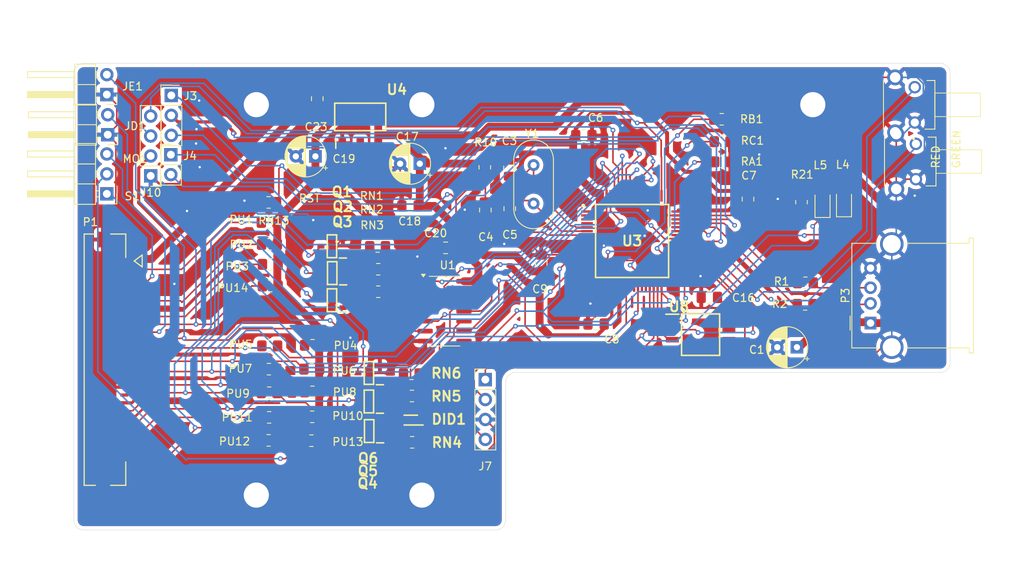
<source format=kicad_pcb>
(kicad_pcb (version 20241229) (generator "pcbnew") (generator_version "9.0")
  (layers (0 "F.Cu" signal) (2 "B.Cu" signal) (13 "F.Paste" user) (15 "B.Paste" user) (5 "F.SilkS" user "F.Silkscreen") (7 "B.SilkS" user "B.Silkscreen") (1 "F.Mask" user) (3 "B.Mask" user) (25 "Edge.Cuts" user))
  (net 0 "")
  (net 1 "5V")
  (net 2 "GND")
  (net 3 "Net-(U3-HEXT_IN{slash}PD0)")
  (net 4 "NRST")
  (net 5 "Net-(U3-HEXT_OUT{slash}PD1)")
  (net 6 "+3.3V")
  (net 7 "Net-(DID1-K)")
  (net 8 "J3_BOOT0")
  (net 9 "USART1_TX")
  (net 10 "USART1_RX")
  (net 11 "/I2C2_CLK")
  (net 12 "/I2C2_DTA")
  (net 13 "SWDIO")
  (net 14 "SWCLK")
  (net 15 "DINST")
  (net 16 "Net-(L4-A)")
  (net 17 "MTRON")
  (net 18 "DIR")
  (net 19 "DRVSEL")
  (net 20 "DSKCHG")
  (net 21 "READY")
  (net 22 "Net-(P3-D+)")
  (net 23 "Net-(P3-D-)")
  (net 24 "Net-(Q1-B)")
  (net 25 "Net-(Q2-B)")
  (net 26 "Net-(Q3-B)")
  (net 27 "Net-(Q4-B)")
  (net 28 "Net-(Q6-B)")
  (net 29 "Net-(U3-PA12)")
  (net 30 "Net-(U3-PA11)")
  (net 31 "RA")
  (net 32 "RB")
  (net 33 "RC")
  (net 35 "SPI2_SS")
  (net 36 "SPI2_SCK")
  (net 37 "SPI2_MISO")
  (net 38 "SPI2_MOSI")
  (net 39 "Net-(RN4-Pad2)")
  (net 40 "Net-(RN6-Pad2)")
  (net 41 "Net-(RN1-Pad2)")
  (net 42 "Net-(RN2-Pad2)")
  (net 43 "Net-(RN3-Pad2)")
  (net 63 "Net-(DID1-A)")
  (net 64 "WPROT_3V3")
  (net 65 "HDOUT")
  (net 66 "SEL")
  (net 68 "STEP")
  (net 69 "WGATE")
  (net 70 "INDEX")
  (net 71 "WPROT")
  (net 72 "RDATA")
  (net 73 "TRK0")
  (net 74 "SIDE1")
  (net 75 "WDATA")
  (net 76 "BUT_L")
  (net 77 "BUT_R")
  (net 78 "RDATA_3V3")
  (net 79 "INDEX_3V3")
  (net 80 "DSKCHG_3V3")
  (net 81 "TRK0_3V3")
  (net 82 "READY_3V3")
  (footprint "Gotek:MountingHole_M3_Pad" (layer "F.Cu") (at 118.491 60.6425)
    (property "Reference" "H1" (hide yes))
    (property "Value" "MountingHole_Pad")
  )
  (footprint "Gotek:MountingHole_M3_Pad" (layer "F.Cu") (at 139.573 60.6425)
    (property "Reference" "H2" (hide yes))
    (property "Value" "MountingHole_Pad")
  )
  (footprint "Gotek:MountingHole_M3_Pad" (layer "F.Cu") (at 118.491 110.363)
    (property "Reference" "H3" (hide yes))
    (property "Value" "MountingHole_Pad")
  )
  (footprint "Gotek:MountingHole_M3_Pad" (layer "F.Cu") (at 139.573 110.363)
    (property "Reference" "H4" (hide yes))
    (property "Value" "MountingHole_Pad")
  )
  (footprint "Gotek:MountingHole_M3_Pad" (layer "F.Cu") (at 189.357 60.6425)
    (property "Reference" "H5" (hide yes))
    (property "Value" "MountingHole_Pad")
  )
  (footprint "Connector_PinHeader_2.54mm:PinHeader_1x04_P2.54mm_Vertical" (layer "F.Cu") (at 105.038525 69.713475 180)
    (property "Reference" "J10")
    (property "Value" "Conn_01x04_Pin" (hide yes))
  )
  (footprint "Resistor_SMD:R_0805_2012Metric_Pad1.20x1.40mm_HandSolder" (layer "F.Cu") (at 177.75555 62.506225)
    (property "Reference" "RB1")
    (property "Value" "0R" (hide yes))
  )
  (footprint "Connector_PinHeader_2.54mm:PinHeader_1x04_P2.54mm_Vertical" (layer "F.Cu") (at 147.653375 95.6537)
    (property "Reference" "J7")
    (property "Value" "Display Port" (hide yes))
  )
  (footprint "Resistor_SMD:R_0805_2012Metric_Pad1.20x1.40mm_HandSolder" (layer "F.Cu") (at 120.195975 91.35745)
    (property "Reference" "PU5")
    (property "Value" "1K" (hide yes))
  )
  (footprint "Capacitor_SMD:C_0805_2012Metric_Pad1.18x1.45mm_HandSolder" (layer "F.Cu") (at 147.659725 74.063225 -90)
    (property "Reference" "C4")
    (property "Value" "100nF" (hide yes))
  )
  (footprint "Capacitor_THT:CP_Radial_D5.0mm_P2.50mm" (layer "F.Cu") (at 187.333138 91.53525 180)
    (property "Reference" "C1")
    (property "Value" "10uF" (hide yes))
  )
  (footprint "Gotek:SKHHLQA010" (layer "F.Cu") (at 202.485625 70.1336 90)
    (property "Reference" "S4" (hide yes))
    (property "Value" "SKHHANA010" (hide yes))
  )
  (footprint "Gotek:SOT95P280X130-3N" (layer "F.Cu") (at 132.826125 98.440875 180)
    (property "Reference" "Q5")
    (property "Value" "PMBT2222A,215" (hide yes))
  )
  (footprint "Resistor_SMD:R_0805_2012Metric_Pad1.20x1.40mm_HandSolder" (layer "F.Cu") (at 138.337925 103.641525)
    (property "Reference" "RN4" (hide yes))
    (property "Value" "1K" (hide yes))
  )
  (footprint "Gotek:SOT95P280X130-3N" (layer "F.Cu") (at 132.826125 94.81185 180)
    (property "Reference" "Q6")
    (property "Value" "PMBT2222A,215" (hide yes))
  )
  (footprint "LED_SMD:LED_0805_2012Metric_Pad1.15x1.40mm_HandSolder" (layer "F.Cu") (at 190.59525 73.14855 90)
    (property "Reference" "L5")
    (property "Value" "LED RED")
  )
  (footprint "Capacitor_SMD:C_0805_2012Metric_Pad1.18x1.45mm_HandSolder" (layer "F.Cu") (at 142.598775 78.8797)
    (property "Reference" "C20")
    (property "Value" "100nF" (hide yes))
  )
  (footprint "Resistor_SMD:R_0805_2012Metric_Pad1.20x1.40mm_HandSolder" (layer "F.Cu") (at 177.8602 67.922775)
    (property "Reference" "RA1")
    (property "Value" "0R" (hide yes))
  )
  (footprint "Capacitor_THT:CP_Radial_D5.0mm_P2.50mm" (layer "F.Cu") (at 139.304913 68.164075 180)
    (property "Reference" "C17")
    (property "Value" "10uF" (hide yes))
  )
  (footprint "Resistor_SMD:R_0805_2012Metric_Pad1.20x1.40mm_HandSolder" (layer "F.Cu") (at 120.056275 103.39705)
    (property "Reference" "PU12")
    (property "Value" "1K" (hide yes))
  )
  (footprint "Capacitor_SMD:C_0805_2012Metric_Pad1.18x1.45mm_HandSolder" (layer "F.Cu") (at 160.203425 64.57315)
    (property "Reference" "C6")
    (property "Value" "100nF" (hide yes))
  )
  (footprint "Gotek:SKHHLQA010" (layer "F.Cu") (at 202.345925 62.9158 90)
    (property "Reference" "S3" (hide yes))
    (property "Value" "SKHHANA010" (hide yes))
  )
  (footprint "Resistor_SMD:R_0805_2012Metric_Pad1.20x1.40mm_HandSolder" (layer "F.Cu") (at 125.498225 103.431975)
    (property "Reference" "PU13")
    (property "Value" "1K" (hide yes))
  )
  (footprint "Resistor_SMD:R_0805_2012Metric_Pad1.20x1.40mm_HandSolder" (layer "F.Cu") (at 120.164225 78.432025)
    (property "Reference" "PU2")
    (property "Value" "1K" (hide yes))
  )
  (footprint "Resistor_SMD:R_0805_2012Metric_Pad1.20x1.40mm_HandSolder" (layer "F.Cu") (at 120.126125 100.466525)
    (property "Reference" "PU11")
    (property "Value" "1K" (hide yes))
  )
  (footprint "Gotek:SOT95P280X130-3N" (layer "F.Cu") (at 128.123775 85.5472 180)
    (property "Reference" "Q3")
    (property "Value" "PMBT2222A,215" (hide yes))
  )
  (footprint "Connector_PinHeader_2.54mm:PinHeader_1x02_P2.54mm_Horizontal" (layer "F.Cu") (at 99.568 64.4652 180)
    (property "Reference" "JD1")
    (property "Value" "Conn_01x02_Pin" (hide yes))
  )
  (footprint "Resistor_SMD:R_0805_2012Metric_Pad1.20x1.40mm_HandSolder" (layer "F.Cu") (at 120.126125 97.32645)
    (property "Reference" "PU9")
    (property "Value" "1K" (hide yes))
  )
  (footprint "Gotek:SOT95P280X130-3N" (layer "F.Cu") (at 132.86105 102.2096 180)
    (property "Reference" "Q4")
    (property "Value" "PMBT2222A,215" (hide yes))
  )
  (footprint "Resistor_SMD:R_0805_2012Metric_Pad1.20x1.40mm_HandSolder" (layer "F.Cu") (at 134.01675 81.600675)
    (property "Reference" "RN2")
    (property "Value" "1K" (hide yes))
  )
  (footprint "Resistor_SMD:R_0805_2012Metric_Pad1.20x1.40mm_HandSolder" (layer "F.Cu") (at 125.637925 97.221675)
    (property "Reference" "PU8")
    (property "Value" "1K" (hide yes))
  )
  (footprint "Capacitor_SMD:C_0805_2012Metric_Pad1.18x1.45mm_HandSolder" (layer "F.Cu") (at 138.064875 73.53935)
    (property "Reference" "C18")
    (property "Value" "100nF" (hide yes))
  )
  (footprint "Connector_PinHeader_2.54mm:PinHeader_1x03_P2.54mm_Horizontal" (layer "F.Cu") (at 99.456875 72.00265 180)
    (property "Reference" "MO1")
    (property "Value" "Conn_01x03_Pin" (hide yes))
  )
  (footprint "Capacitor_SMD:C_0805_2012Metric_Pad1.18x1.45mm_HandSolder" (layer "F.Cu") (at 150.764875 73.8886 -90)
    (property "Reference" "C5")
    (property "Value" "22pF" (hide yes))
  )
  (footprint "Gotek:SOIC127P790X216-8N" (layer "F.Cu") (at 175.0695 89.931875)
    (property "Reference" "U8")
    (property "Value" "SST25VF016B-50-4C-S2AF" (hide yes))
  )
  (footprint "Connector_PinHeader_2.54mm:PinHeader_1x03_P2.54mm_Vertical" (layer "F.Cu") (at 107.66425 59.46775)
    (property "Reference" "J3")
    (property "Value" "Conn_01x03_Pin" (hide yes))
  )
  (footprint "Resistor_SMD:R_0805_2012Metric_Pad1.20x1.40mm_HandSolder" (layer "F.Cu") (at 133.934075 78.705075)
    (property "Reference" "RN1")
    (property "Value" "1K" (hide yes))
  )
  (footprint "Connector_USB:USB_A_Molex_67643_Horizontal" (layer "F.Cu") (at 196.706525 88.45665 90)
    (property "Reference" "P3")
    (property "Value" "USB_A")
  )
  (footprint "Gotek:SOT95P280X130-3N" (layer "F.Cu") (at 128.152525 82.0928 180)
    (property "Reference" "Q2")
    (property "Value" "PMBT2222A,215" (hide yes))
  )
  (footprint "Gotek:SODFL2512X90N" (layer "F.Cu") (at 138.1633 100.8126 180)
    (property "Reference" "DID1")
    (property "Value" "1N4148WS" (hide yes))
  )
  (footprint "Resistor_SMD:R_0805_2012Metric_Pad1.20x1.40mm_HandSolder" (layer "F.Cu") (at 134.01675 84.46135)
    (property "Reference" "RN3")
    (property "Value" "1K" (hide yes))
  )
  (footprint "Resistor_SMD:R_0805_2012Metric_Pad1.20x1.40mm_HandSolder" (layer "F.Cu") (at 138.303 97.742375)
    (property "Reference" "RN5")
    (property "Value" "1K" (hide yes))
  )
  (footprint "Capacitor_SMD:C_0805_2012Metric_Pad1.18x1.45mm_HandSolder" (layer "F.Cu") (at 150.72995 68.72605 -90)
    (property "Reference" "C3")
    (property "Value" "22pF" (hide yes))
  )
  (footprint "Gotek:QFP50P1200X1200X160-64N" (layer "F.Cu") (at 166.3446 78.000225)
    (property "Reference" "U3")
    (property "Value" "at32f415rbt7" (hide yes))
  )
  (footprint "Resistor_SMD:R_0805_2012Metric_Pad1.20x1.40mm_HandSolder" (layer "F.Cu") (at 120.1293 75.638025)
    (property "Reference" "PU1")
    (property "Value" "1K" (hide yes))
  )
  (footprint "Connector_PinHeader_2.54mm:PinHeader_1x02_P2.54mm_Horizontal" (layer "F.Cu") (at 99.456875 59.356625 180)
    (property "Reference" "JE1")
    (property "Value" "Conn_01x02_Pin")
  )
  (footprint "Gotek:MOLEX_CON_2005280260" (layer "F.Cu") (at 99.216675 93.118051 -90)
    (property "Reference" "P1")
    (property "Value" "Conn_01x26")
  )
  (footprint "Capacitor_SMD:C_0805_2012Metric_Pad1.18x1.45mm_HandSolder" (layer "F.Cu") (at 126.253875 59.8844 -90)
    (property "Reference" "C23")
    (property "Value" "100nF" (hide yes))
  )
  (footprint "Resistor_SMD:R_0805_2012Metric_Pad1.20x1.40mm_HandSolder" (layer "F.Cu") (at 125.55525 94.3229)
    (property "Reference" "PU6")
    (property "Value" "1K" (hide yes))
  )
  (footprint "Resistor_SMD:R_0805_2012Metric_Pad1.20x1.40mm_HandSolder" (layer "F.Cu") (at 138.23315 94.916625)
    (property "Reference" "RN6")
    (property "Value" "1K" (hide yes))
  )
  (footprint "Resistor_SMD:R_0805_2012Metric_Pad1.20x1.40mm_HandSolder" (layer "F.Cu") (at 188.375925 86.077425)
    (property "Reference" "R2")
    (property "Value" "22R" (hide yes))
  )
  (footprint "Capacitor_SMD:C_0805_2012Metric_Pad1.18x1.45mm_HandSolder" (layer "F.Cu") (at 161.7599 88.57615 180)
    (property "Reference" "C8")
    (property "Value" "100nF" (hide yes))
  )
  (footprint "Resistor_SMD:R_0805_2012Metric_Pad1.20x1.40mm_HandSolder" (layer "F.Cu") (at 147.589875 68.621275 -90)
    (property "Reference" "R10")
    (property "Value" "4K7" (hide yes))
  )
  (footprint "Resistor_SMD:R_0805_2012Metric_Pad1.20x1.40mm_HandSolder" (layer "F.Cu") (at 177.809525 65.3542)
    (property "Reference" "RC1")
    (property "Value" "0R" (hide yes))
  )
  (footprint "Crystal:Crystal_HC18-U_Vertical" (layer "F.Cu") (at 153.800175 73.23345 90)
    (property "Reference" "Y1")
    (property "Value" "8Mhz")
  )
  (footprint "Connector_PinHeader_2.54mm:PinHeader_1x02_P2.54mm_Vertical" (layer "F.Cu") (at 107.6071 67.016075)
    (property "Reference" "J4")
    (property "Value" "Conn_01x02_Pin" (hide yes))
  )
  (footprint "Gotek:SOT229P700X180-4N" (layer "F.Cu") (at 131.7244 62.2046 90)
    (property "Reference" "U4")
    (property "Value" "AMS1117-3.3" (hide yes))
  )
  (footprint "Resistor_SMD:R_0805_2012Metric_Pad1.20x1.40mm_HandSolder" (layer "F.Cu") (at 125.603 100.396675)
    (property "Reference" "PU10")
    (property "Value" "1K" (hide yes))
  )
  (footprint "Resistor_SMD:R_0805_2012Metric_Pad1.20x1.40mm_HandSolder" (layer "F.Cu") (at 120.05945 73.091675 180)
    (property "Reference" "RN13")
    (property "Value" "4K7" (hide yes))
  )
  (footprint "Gotek:SOT95P280X130-3N" (layer "F.Cu") (at 128.1176 78.673325 180)
    (property "Reference" "Q1")
    (property "Value" "PMBT2222A,215" (hide yes))
  )
  (footprint "LED_SMD:LED_0805_2012Metric_Pad1.15x1.40mm_HandSolder" (layer "F.Cu") (at 193.328925 73.059925 90)
    (property "Reference" "L4")
    (property "Value" "LED GREEN" (hide yes))
  )
  (footprint "Resistor_SMD:R_0805_2012Metric_Pad1.20x1.40mm_HandSolder" (layer "F.Cu") (at 120.269 83.734275)
    (property "Reference" "PU14")
    (property "Value" "1K" (hide yes))
  )
  (footprint "Package_SO:SO-14_3.9x8.65mm_P1.27mm" (layer "F.Cu") (at 142.459075 86.93785)
    (property "Reference" "U1")
    (property "Value" "74AHC04" (hide yes))
  )
  (footprint "Resistor_SMD:R_0805_2012Metric_Pad1.20x1.40mm_HandSolder" (layer "F.Cu") (at 188.4172 83.33105)
    (property "Reference" "R1")
    (property "Value" "22R" (hide yes))
  )
  (footprint "Resistor_SMD:R_0805_2012Metric_Pad1.20x1.40mm_HandSolder" (layer "F.Cu") (at 187.91555 73.059925 -90)
    (property "Reference" "R21")
    (property "Value" "1K" (hide yes))
  )
  (footprint "Capacitor_SMD:C_0805_2012Metric_Pad1.18x1.45mm_HandSolder" (layer "F.Cu") (at 154.7749 80.832325 -90)
    (property "Reference" "C9")
    (property "Value" "100nF" (hide yes))
  )
  (footprint "Resistor_SMD:R_0805_2012Metric_Pad1.20x1.40mm_HandSolder" (layer "F.Cu") (at 125.637925 91.2876 180)
    (property "Reference" "PU4")
    (property "Value" "1K" (hide yes))
  )
  (footprint "Capacitor_SMD:C_0805_2012Metric_Pad1.18x1.45mm_HandSolder" (layer "F.Cu") (at 181.105175 72.666225 -90)
    (property "Reference" "C7")
    (property "Value" "100nF" (hide yes))
  )
  (footprint "Capacitor_THT:CP_Radial_D5.0mm_P2.50mm" (layer "F.Cu") (at 126.017025 67.22745 180)
    (property "Reference" "C19")
    (property "Value" "10uF" (hide yes))
  )
  (footprint "Resistor_SMD:R_0805_2012Metric_Pad1.20x1.40mm_HandSolder" (layer "F.Cu") (at 120.269 80.978375)
    (property "Reference" "PU3")
    (property "Value" "1K" (hide yes))
  )
  (footprint "Resistor_SMD:R_0805_2012Metric_Pad1.20x1.40mm_HandSolder" (layer "F.Cu") (at 120.0912 94.3229)
    (property "Reference" "PU7")
    (property "Value" "1K" (hide yes))
  )
  (footprint "Capacitor_SMD:C_0805_2012Metric_Pad1.18x1.45mm_HandSolder" (layer "F.Cu") (at 176.183925 85.18525)
    (property "Reference" "C16")
    (property "Value" "100nF" (hide yes))
  )
  (gr_line (start 151.511 94.75) (end 205.58 94.75) (stroke (width 0.05)) (layer "Edge.Cuts"))
  (gr_arc (start 206.85 93.48) (mid 206.478026 94.378026) (end 205.58 94.75) (stroke (width 0.05)) (layer "Edge.Cuts"))
  (gr_arc (start 205.58 55.38) (mid 206.478026 55.751974) (end 206.85 56.65) (stroke (width 0.05)) (layer "Edge.Cuts"))
  (gr_line (start 150.241 113.538) (end 150.241 96.012) (stroke (width 0.05)) (layer "Edge.Cuts"))
  (gr_arc (start 96.52 114.808) (mid 95.621974 114.436026) (end 95.25 113.538) (stroke (width 0.05)) (layer "Edge.Cuts"))
  (gr_line (start 95.25 56.642) (end 95.25 113.538) (stroke (width 0.05)) (layer "Edge.Cuts"))
  (gr_arc (start 150.241 96.012) (mid 150.612974 95.113974) (end 151.511 94.742) (stroke (width 0.05)) (layer "Edge.Cuts"))
  (gr_line (start 96.52 55.38) (end 205.58 55.38) (stroke (width 0.05)) (layer "Edge.Cuts"))
  (gr_line (start 206.85 56.65) (end 206.85 93.48) (stroke (width 0.05)) (layer "Edge.Cuts"))
  (gr_arc (start 150.241 113.538) (mid 149.869026 114.436026) (end 148.971 114.808) (stroke (width 0.05)) (layer "Edge.Cuts"))
  (gr_line (start 96.52 114.808) (end 148.971 114.808) (stroke (width 0.05)) (layer "Edge.Cuts"))
  (gr_arc (start 95.25 56.642) (mid 95.621974 55.743974) (end 96.52 55.38) (stroke (width 0.05)) (layer "Edge.Cuts"))
  (gr_text "GREEN" (at 208.21015 68.843525 90) (layer "F.SilkS") (effects (font (size 1 1)) (justify left bottom)))
  (gr_text "S1" (at 101.63175 72.888475 0) (layer "F.SilkS") (effects (font (size 1 1)) (justify left bottom)))
  (gr_text "RED" (at 205.59395 68.843525 90) (layer "F.SilkS") (effects (font (size 1 1)) (justify left bottom)))
  (gr_text "RST" (at 123.81865 73.155175 0) (layer "F.SilkS") (effects (font (size 1 1)) (justify left bottom)))
  (segment (start 134.201725 64.54775) (end 134.0144 64.735075) (width 0.2) (layer "F.Cu") (net 1))
  (segment (start 122.748675 60.45835) (end 122.748675 62.690375) (width 1) (layer "F.Cu") (net 1))
  (segment (start 100.555425 84.591525) (end 100.555425 80.75295) (width 0.4) (layer "F.Cu") (net 1))
  (segment (start 100.58195 84.61805) (end 100.555425 84.591525) (width 0.2) (layer "F.Cu") (net 1))
  (segment (start 126.55525 93.240225) (end 126.55525 91.370275) (width 0.2) (layer "F.Cu") (net 1))
  (segment (start 126.637925 94.405575) (end 126.55525 94.3229) (width 0.2) (layer "F.Cu") (net 1))
  (segment (start 124.777375 98.57105) (end 126.603 100.396675) (width 0.2) (layer "F.Cu") (net 1))
  (segment (start 101.666675 80.406875) (end 101.55555 80.29575) (width 0.4) (layer "F.Cu") (net 1))
  (segment (start 127.0635 71.1581) (end 126.017025 70.111625) (width 1) (layer "F.Cu") (net 1))
  (segment (start 126.498225 103.431975) (end 126.498225 100.50145) (width 0.2) (layer "F.Cu") (net 1))
  (segment (start 133.6929 75.765025) (end 133.657975 75.79995) (width 0.2) (layer "F.Cu") (net 1))
  (segment (start 196.597425 88.34755) (end 196.706525 88.45665) (width 1) (layer "F.Cu") (net 1))
  (segment (start 180.946425 60.271025) (end 159.6771 60.271025) (width 1) (layer "F.Cu") (net 1))
  (segment (start 134.0144 63.00705) (end 134.0144 64.735075) (width 1) (layer "F.Cu") (net 1))
  (segment (start 103.51135 68.70065) (end 103.51135 73.148825) (width 0.4) (layer "F.Cu") (net 1))
  (segment (start 143.636275 78.59005) (end 143.636275 78.19) (width 1) (layer "F.Cu") (net 1))
  (segment (start 127.0635 71.1581) (end 129.016125 71.1581) (width 1) (layer "F.Cu") (net 1))
  (segment (start 126.637925 88.8586) (end 121.5136 83.734275) (width 0.2) (layer "F.Cu") (net 1))
  (segment (start 126.637925 91.2876) (end 126.637925 88.8586) (width 0.2) (layer "F.Cu") (net 1))
  (segment (start 196.706525 88.45665) (end 199.538075 88.45665) (width 1) (layer "F.Cu") (net 1))
  (segment (start 100.613952 82.618052) (end 101.666675 82.618052) (width 0.4) (layer "F.Cu") (net 1))
  (segment (start 141.2113 75.765025) (end 133.6929 75.765025) (width 1) (layer "F.Cu") (net 1))
  (segment (start 148.135975 63.452375) (end 156.49575 63.452375) (width 1) (layer "F.Cu") (net 1))
  (segment (start 128.21285 60.747275) (end 128.21285 60.404375) (width 1) (layer "F.Cu") (net 1))
  (segment (start 126.017025 70.7503) (end 121.1293 75.638025) (width 0.2) (layer "F.Cu") (net 1))
  (segment (start 124.35695 58.8469) (end 126.253875 58.8469) (width 1) (layer "F.Cu") (net 1))
  (segment (start 122.688225 92.8497) (end 126.164725 92.8497) (width 0.2) (layer "F.Cu") (net 1))
  (segment (start 159.6771 60.271025) (end 156.49575 63.452375) (width 1) (layer "F.Cu") (net 1))
  (segment (start 121.056275 103.39705) (end 121.056275 100.536375) (width 0.2) (layer "F.Cu") (net 1))
  (segment (start 122.888375 60.315475) (end 124.35695 58.8469) (width 1) (layer "F.Cu") (net 1))
  (segment (start 128.21285 61.4426) (end 132.44995 61.4426) (width 1) (layer "F.Cu") (net 1))
  (segment (start 121.5136 83.734275) (end 121.269 83.734275) (width 0.2) (layer "F.Cu") (net 1))
  (segment (start 187.6425 91.53525) (end 187.333138 91.53525) (width 1) (layer "F.Cu") (net 1))
  (segment (start 126.55525 91.370275) (end 126.637925 91.2876) (width 0.2) (layer "F.Cu") (net 1))
  (segment (start 126.55525 94.3229) (end 126.55525 93.240225) (width 0.2) (layer "F.Cu") (net 1))
  (segment (start 129.016125 71.1581) (end 133.657975 75.79995) (width 1) (layer "F.Cu") (net 1))
  (segment (start 128.21285 60.404375) (end 126.655375 58.8469) (width 1) (layer "F.Cu") (net 1))
  (segment (start 186.86145 66.411475) (end 180.946425 60.49645) (width 1) (layer "F.Cu") (net 1))
  (segment (start 146.06905 83.12785) (end 144.934075 83.12785) (width 1) (layer "F.Cu") (net 1))
  (segment (start 126.017025 70.35817) (end 121.164225 75.21097) (width 1) (layer "F.Cu") (net 1))
  (segment (start 202.2602 77.263625) (end 191.40805 66.411475) (width 1) (layer "F.Cu") (net 1))
  (segment (start 126.017025 64.813175) (end 128.21285 62.61735) (width 1) (layer "F.Cu") (net 1))
  (segment (start 202.2602 85.734525) (end 202.2602 77.263625) (width 1) (layer "F.Cu") (net 1))
  (segment (start 134.0144 64.735075) (end 134.0144 65.5546) (width 1) (layer "F.Cu") (net 1))
  (segment (start 143.636275 78.8797) (end 144.46885 78.8797) (width 1) (layer "F.Cu") (net 1))
  (segment (start 190.7667 88.41105) (end 190.8302 88.34755) (width 1) (layer "F.Cu") (net 1))
  (segment (start 103.51135 73.148825) (end 107.578525 77.216) (width 0.4) (layer "F.Cu") (net 1))
  (segment (start 100.555425 82.559525) (end 100.613952 82.618052) (width 0.2) (layer "F.Cu") (net 1))
  (segment (start 146.7739 82.423) (end 146.06905 83.12785) (width 1) (layer "F.Cu") (net 1))
  (segment (start 200.0123 87.982425) (end 202.2602 85.734525) (width 1) (layer "F.Cu") (net 1))
  (segment (start 107.578525 77.216) (end 107.578525 77.22235) (width 0.4) (layer "F.Cu") (net 1))
  (segment (start 132.44995 61.4426) (end 134.0144 63.00705) (width 1) (layer "F.Cu") (net 1))
  (segment (start 128.21285 60.747275) (end 128.21285 61.4426) (width 1) (layer "F.Cu") (net 1))
  (segment (start 121.269 80.31785) (end 121.1961 80.24495) (width 0.2) (layer "F.Cu") (net 1))
  (segment (start 100.555425 80.75295) (end 100.690324 80.618051) (width 0.4) (layer "F.Cu") (net 1))
  (segment (start 121.195975 91.35745) (end 122.688225 92.8497) (width 0.2) (layer "F.Cu") (net 1))
  (segment (start 122.44375 95.67545) (end 125.0917 95.67545) (width 0.2) (layer "F.Cu") (net 1))
  (segment (start 122.370725 98.57105) (end 124.777375 98.57105) (width 0.2) (layer "F.Cu") (net 1))
  (segment (start 100.690324 80.618051) (end 101.666675 80.618051) (width 0.4) (layer "F.Cu") (net 1))
  (segment (start 180.946425 60.49645) (end 180.946425 60.271025) (width 0.2) (layer "F.Cu") (net 1))
  (segment (start 124.917075 101.850825) (end 126.498225 103.431975) (width 0.2) (layer "F.Cu") (net 1))
  (segment (start 126.603 100.396675) (end 126.603 97.2566) (width 0.2) (layer "F.Cu") (net 1))
  (segment (start 121.269 80.978375) (end 121.269 80.31785) (width 0.2) (layer "F.Cu") (net 1))
  (segment (start 143.636275 78.8797) (end 143.636275 78.59005) (width 0.2) (layer "F.Cu") (net 1))
  (segment (start 105.1433 80.29575) (end 101.55555 80.29575) (width 1) (layer "F.Cu") (net 1))
  (segment (start 125.0917 95.67545) (end 126.637925 97.221675) (width 0.2) (layer "F.Cu") (net 1))
  (segment (start 126.655375 58.8469) (end 126.312475 58.8469) (width 1) (layer "F.Cu") (net 1))
  (segment (start 146.7739 81.18475) (end 146.7739 82.423) (width 1) (layer "F.Cu") (net 1))
  (segment (start 126.017025 70.111625) (end 126.017025 70.7503) (width 0.2) (layer "F.Cu") (net 1))
  (segment (start 121.269 83.734275) (end 121.269 80.978375) (width 0.2) (layer "F.Cu") (net 1))
  (segment (start 126.017025 70.111625) (end 126.017025 67.22745) (width 1) (layer "F.Cu") (net 1))
  (segment (start 191.49695 66.411475) (end 186.86145 66.411475) (width 1) (layer "F.Cu") (net 1))
  (segment (start 128.21285 62.61735) (end 128.21285 60.747275) (width 1) (layer "F.Cu") (net 1))
  (segment (start 199.538075 88.45665) (end 200.163675 87.83105) (width 1) (layer "F.Cu") (net 1))
  (segment (start 101.666675 80.618051) (end 101.666675 80.406875) (width 0.4) (layer "F.Cu") (net 1))
  (segment (start 126.498225 100.50145) (end 126.603 100.396675) (width 0.2) (layer "F.Cu") (net 1))
  (segment (start 121.164225 83.77225) (end 126.498225 89.10625) (width 1) (layer "F.Cu") (net 1))
  (segment (start 122.748675 62.690375) (end 105.1433 80.29575) (width 1) (layer "F.Cu") (net 1))
  (segment (start 143.636275 78.19) (end 141.2113 75.765025) (width 1) (layer "F.Cu") (net 1))
  (segment (start 126.017025 70.111625) (end 126.017025 70.35817) (width 1) (layer "F.Cu") (net 1))
  (segment (start 190.8302 88.34755) (end 196.597425 88.34755) (width 1) (layer "F.Cu") (net 1))
  (segment (start 126.312475 58.8469) (end 126.253875 58.8469) (width 0.2) (layer "F.Cu") (net 1))
  (segment (start 147.0406 64.54775) (end 134.201725 64.54775) (width 1) (layer "F.Cu") (net 1))
  (segment (start 126.637925 97.221675) (end 126.637925 94.405575) (width 0.2) (layer "F.Cu") (net 1))
  (segment (start 101.666675 84.61805) (end 100.58195 84.61805) (width 0.4) (layer "F.Cu") (net 1))
  (segment (start 121.126125 97.32645) (end 122.370725 98.57105) (width 0.2) (layer "F.Cu") (net 1))
  (segment (start 126.498225 89.10625) (end 126.498225 103.431975) (width 1) (layer "F.Cu") (net 1))
  (segment (start 126.017025 67.22745) (end 126.017025 64.813175) (width 1) (layer "F.Cu") (net 1))
  (segment (start 122.510425 101.850825) (end 124.917075 101.850825) (width 0.2) (layer "F.Cu") (net 1))
  (segment (start 126.164725 92.8497) (end 126.55525 93.240225) (width 0.2) (layer "F.Cu") (net 1))
  (segment (start 121.056275 100.536375) (end 121.126125 100.466525) (width 0.2) (layer "F.Cu") (net 1))
  (segment (start 147.0406 64.54775) (end 148.135975 63.452375) (width 1) (layer "F.Cu") (net 1))
  (segment (start 105.038525 67.173475) (end 103.51135 68.70065) (width 0.4) (layer "F.Cu") (net 1))
  (segment (start 121.0912 94.3229) (end 122.44375 95.67545) (width 0.2) (layer "F.Cu") (net 1))
  (segment (start 144.46885 78.8797) (end 146.7739 81.18475) (width 1) (layer "F.Cu") (net 1))
  (segment (start 121.164225 75.21097) (end 121.164225 83.77225) (width 1) (layer "F.Cu") (net 1))
  (segment (start 126.603 97.2566) (end 126.637925 97.221675) (width 0.2) (layer "F.Cu") (net 1))
  (segment (start 121.126125 100.466525) (end 122.510425 101.850825) (width 0.2) (layer "F.Cu") (net 1))
  (segment (start 190.7667 88.41105) (end 187.6425 91.53525) (width 1) (layer "F.Cu") (net 1))
  (segment (start 101.666675 98.61805) (end 98.991451 98.61805) (width 0.2) (layer "F.Cu") (net 2))
  (segment (start 125.739525 75.339575) (end 125.866525 75.339575) (width 0.2) (layer "F.Cu") (net 2))
  (segment (start 160.7224 88.57615) (end 160.7224 86.289425) (width 0.2) (layer "F.Cu") (net 2))
  (segment (start 131.841875 68.589525) (end 136.379463 68.589525) (width 0.2) (layer "F.Cu") (net 2))
  (segment (start 101.666675 100.618051) (end 99.057877 100.618051) (width 0.2) (layer "F.Cu") (net 2))
  (segment (start 199.91705 63.981725) (end 199.91705 64.315025) (width 0.2) (layer "F.Cu") (net 2))
  (segment (start 101.666675 104.618051) (end 99.000227 104.618051) (width 0.2) (layer "F.Cu") (net 2))
  (segment (start 99.000227 104.618051) (end 98.966676 104.5845) (width 0.2) (layer "F.Cu") (net 2))
  (segment (start 128.802525 81.8928) (end 128.802525 83.87595) (width 0.2) (layer "F.Cu") (net 2))
  (segment (start 126.253875 60.9219) (end 126.253875 61.82995) (width 0.2) (layer "F.Cu") (net 2))
  (segment (start 118.491 60.6425) (end 118.491 64.178033) (width 0.2) (layer "F.Cu") (net 2))
  (segment (start 134.0993 83.759156) (end 134.0993 89.157175) (width 0.2) (layer "F.Cu") (net 2))
  (segment (start 149.190075 73.3513) (end 149.190075 68.7578) (width 0.2) (layer "F.Cu") (net 2))
  (segment (start 169.215971 74.750225) (end 167.941625 76.024571) (width 0.2) (layer "F.Cu") (net 2))
  (segment (start 141.561275 78.8797) (end 139.8563 77.174725) (width 0.2) (layer "F.Cu") (net 2))
  (segment (start 178.75555 67.818125) (end 178.8602 67.922775) (width 0.2) (layer "F.Cu") (net 2))
  (segment (start 165.36535 80.479975) (end 163.0946 82.750725) (width 0.2) (layer "F.Cu") (net 2))
  (segment (start 100.91165 110.363) (end 98.966676 108.418026) (width 0.2) (layer "F.Cu") (net 2))
  (segment (start 138.13315 94.15305) (end 138.13315 95.601369) (width 0.2) (layer "F.Cu") (net 2))
  (segment (start 161.240925 64.57315) (end 161.240925 69.42105) (width 0.2) (layer "F.Cu") (net 2))
  (segment (start 141.561275 78.8797) (end 140.1064 78.8797) (width 0.2) (layer "F.Cu") (net 2))
  (segment (start 99.568 64.4652) (end 100.718 63.3152) (width 0.2) (layer "F.Cu") (net 2))
  (segment (start 117.20195 73.091675) (end 119.05945 73.091675) (width 0.2) (layer "F.Cu") (net 2))
  (segment (start 192.8337 57.1658) (end 189.357 60.6425) (width 0.2) (layer "F.Cu") (net 2))
  (segment (start 161.240925 69.42105) (end 163.0946 71.274725) (width 0.2) (layer "F.Cu") (net 2))
  (segment (start 99.014425 94.618051) (end 101.666675 94.618051) (width 0.2) (layer "F.Cu") (net 2))
  (segment (start 146.119125 75.100725) (end 145.034 74.0156) (width 0.2) (layer "F.Cu") (net 2))
  (segment (start 138.203 97.057631) (end 138.203 100.8429) (width 0.2) (layer "F.Cu") (net 2))
  (segment (start 98.966676 104.5845) (end 98.966676 108.418026) (width 0.2) (layer "F.Cu") (net 2))
  (segment (start 199.845925 57.1658) (end 192.8337 57.1658) (width 0.2) (layer "F.Cu") (net 2))
  (segment (start 98.966676 96.618425) (end 98.966676 98.593275) (width 0.2) (layer "F.Cu") (net 2))
  (segment (start 100.718 63.3152) (end 100.718 60.61775) (width 0.2) (layer "F.Cu") (net 2))
  (segment (start 149.190075 68.7578) (end 150.259325 67.68855) (width 0.2) (layer "F.Cu") (net 2))
  (segment (start 135.689975 90.74785) (end 134.226125 92.2117) (width 0.2) (layer "F.Cu") (net 2))
  (segment (start 167.32385 80.479975) (end 165.36535 80.479975) (width 0.2) (layer "F.Cu") (net 2))
  (segment (start 163.0946 83.738225) (end 163.0946 86.20395) (width 0.2) (layer "F.Cu") (net 2))
  (segment (start 160.6066 79.750225) (end 161.594225 79.750225) (width 0.2) (layer "F.Cu") (net 2))
  (segment (start 148.803375 103.8155) (end 142.255875 110.363) (width 0.2) (layer "F.Cu") (net 2))
  (segment (start 98.966676 94.6658) (end 99.014425 94.618051) (width 0.2) (layer "F.Cu") (net 2))
  (segment (start 139.984075 90.74785) (end 135.689975 90.74785) (width 0.2) (layer "F.Cu") (net 2))
  (segment (start 118.491 64.178033) (end 111.962958 70.706075) (width 0.2) (layer "F.Cu") (net 2))
  (segment (start 105.1941 69.713475) (end 109.65815 74.177525) (width 0.2) (layer "F.Cu") (net 2))
  (segment (start 98.966676 102.631875) (end 98.966676 104.5845) (width 0.2) (layer "F.Cu") (net 2))
  (segment (start 136.8351 57.9046) (end 139.573 60.6425) (width 0.2) (layer "F.Cu") (net 2))
  (segment (start 98.966676 92.218051) (end 98.966676 94.6658) (width 0.2) (layer "F.Cu") (net 2))
  (segment (start 103.451025 59.356625) (end 99.456875 59.356625) (width 0.2) (layer "F.Cu") (net 2))
  (segment (start 163.0946 86.20395) (end 160.7224 88.57615) (width 0.2) (layer "F.Cu") (net 2))
  (segment (start 128.250275 77.723325) (end 129.5176 77.723325) (width 0.2) (layer "F.Cu") (net 2))
  (segment (start 137.512697 96.221822) (end 137.004969 96.72955) (width 0.2) (layer "F.Cu") (net 2))
  (segment (start 129.523775 84.5972) (end 130.659625 83.46135) (width 0.2) (layer "F.Cu") (net 2))
  (segment (start 181.61 67.922775) (end 182.5371 66.995675) (width 0.2) (layer "F.Cu") (net 2))
  (segment (start 128.7676 78.473325) (end 128.7676 80.357875) (width 0.2) (layer "F.Cu") (net 2))
  (segment (start 128.802525 83.87595) (end 129.523775 84.5972) (width 0.2) (layer "F.Cu") (net 2))
  (segment (start 135.43615 101.3226) (end 135.37315 101.2596) (width 0.2) (layer "F.Cu") (net 2))
  (segment (start 100.606875 65.504075) (end 99.568 64.4652) (width 0.2) (layer "F.Cu") (net 2))
  (segment (start 175.146425 85.18525) (end 175.146425 82.5666) (width 0.2) (layer "F.Cu") (net 2))
  (segment (start 150.259325 67.68855) (end 150.72995 67.68855) (width 0.2) (layer "F.Cu") (net 2))
  (segment (start 196.244525 60.6425) (end 189.357 60.6425) (width 0.2) (layer "F.Cu") (net 2))
  (segment (start 160.6066 79.750225) (end 154.8195 79.750225) (width 0.2) (layer "F.Cu") (net 2))
  (segment (start 168.0946 82.25415) (end 168.596313 81.752437) (width 0.2) (layer "F.Cu") (net 2))
  (segment (start 98.966676 100.52685) (end 98.966676 102.631875) (width 0.2) (layer "F.Cu") (net 2))
  (segment (start 147.653375 100.7337) (end 148.803375 101.8837) (width 0.2) (layer "F.Cu") (net 2))
  (segment (start 130.0662 77.174725) (end 129.5176 77.723325) (width 0.2) (layer "F.Cu") (net 2))
  (segment (start 134.226125 93.86185) (end 137.84195 93.86185) (width 0.2) (layer "F.Cu") (net 2))
  (segment (start 118.491 60.6425) (end 115.547775 57.699275) (width 0.2) (layer "F.Cu") (net 2))
  (segment (start 180.058675 74.750225) (end 181.105175 73.703725) (width 0.2) (layer "F.Cu") (net 2))
  (segment (start 106.031125 70.706075) (end 105.038525 69.713475) (width 0.2) (layer "F.Cu") (net 2))
  (segment (start 147.659725 75.100725) (end 150.59025 75.100725) (width 0.2) (layer "F.Cu") (net 2))
  (segment (start 136.804913 68.164075) (end 136.804913 73.316888) (width 0.2) (layer "F.Cu") (net 2))
  (segment (start 100.606875 76.177877) (end 100.606875 65.504075) (width 0.2) (layer "F.Cu") (net 2))
  (segment (start 129.5176 77.723325) (end 128.7676 78.473325) (width 0.2) (layer "F.Cu") (net 2))
  (segment (start 183.839575 73.703725) (end 181.105175 73.703725) (width 0.2) (layer "F.Cu") (net 2))
  (segment (start 169.5946 82.750725) (end 168.596313 81.752437) (width 0.2) (layer "F.Cu") (net 2))
  (segment (start 125.866525 75.339575) (end 128.250275 77.723325) (width 0.2) (layer "F.Cu") (net 2))
  (segment (start 130.659625 83.46135) (end 133.801494 83.46135) (width 0.2) (layer "F.Cu") (net 2))
  (segment (start 129.4344 66.18205) (end 131.841875 68.589525) (width 0.2) (layer "F.Cu") (net 2))
  (segment (start 184.833138 91.53525) (end 186.493663 93.195775) (width 0.2) (layer "F.Cu") (net 2))
  (segment (start 178.75555 62.506225) (end 178.75555 67.818125) (width 0.2) (layer "F.Cu") (net 2))
  (segment (start 98.966676 92.218051) (end 98.966676 96.618425) (width 0.2) (layer "F.Cu") (net 2))
  (segment (start 169.5946 83.738225) (end 169.5946 90.7784) (width 0.2) (layer "F.Cu") (net 2))
  (segment (start 154.8195 79.750225) (end 154.7749 79.794825) (width 0.2) (layer "F.Cu") (net 2))
  (segment (start 140.1064 78.8797) (end 139.0015 79.9846) (width 0.2) (layer "F.Cu") (net 2))
  (segment (start 118.491 60.6425) (end 121.2289 57.9046) (width 0.2) (layer "F.Cu") (net 2))
  (segment (start 135.37315 101.2596) (end 134.26105 101.2596) (width 0.2) (layer "F.Cu") (net 2))
  (segment (start 199.91705 64.315025) (end 199.985625 64.3836) (width 0.2) (layer "F.Cu") (net 2))
  (segment (start 147.659725 75.100725) (end 146.119125 75.100725) (width 0.2) (layer "F.Cu") (net 2))
  (segment (start 163.0946 82.750725) (end 163.0946 83.738225) (width 0.2) (layer "F.Cu") (net 2))
  (segment (start 139.8563 77.174725) (end 130.0662 77.174725) (width 0.2) (layer "F.Cu") (net 2))
  (segment (start 202.485625 70.1336) (end 201.235625 70.1336) (width 0.2) (layer "F.Cu") (net 2))
  (segment (start 163.0946 78.24985) (end 163.0946 72.262225) (width 0.2) (layer "F.Cu") (net 2))
  (segment (start 101.666675 102.61805) (end 98.980501 102.61805) (width 0.2) (layer "F.Cu") (net 2))
  (segment (start 134.0993 89.157175) (end 135.689975 90.74785) (width 0.2) (layer "F.Cu") (net 2))
  (segment (start 99.057877 100.618051) (end 98.966676 100.52685) (width 0.2) (layer "F.Cu") (net 2))
  (segment (start 111.962958 70.706075) (end 106.031125 70.706075) (width 0.2) (layer "F.Cu") (net 2))
  (segment (start 137.004969 96.72955) (end 134.98745 96.72955) (width 0.2) (layer "F.Cu") (net 2))
  (segment (start 171.4695 92.32945) (end 171.4695 91.836875) (width 0.2) (layer "F.Cu") (net 2))
  (segment (start 98.980501 102.61805) (end 98.966676 102.631875) (width 0.2) (layer "F.Cu") (net 2))
  (segment (start 98.966676 77.818076) (end 98.966676 92.218051) (width 0.2) (layer "F.Cu") (net 2))
  (segment (start 201.235625 70.1336) (end 199.985625 71.3836) (width 0.2) (layer "F.Cu") (net 2))
  (segment (start 118.491 110.363) (end 100.91165 110.363) (width 0.2) (layer "F.Cu") (net 2))
  (segment (start 184.833138 91.53525) (end 183.302788 93.0656) (width 0.2) (layer "F.Cu") (net 2))
  (segment (start 199.985625 64.3836) (end 196.244525 60.6425) (width 0.2) (layer "F.Cu") (net 2))
  (segment (start 98.967049 96.618052) (end 98.966676 96.618425) (width 0.2) (layer "F.Cu") (net 2))
  (segment (start 160.7224 86.289425) (end 161.036 85.975825) (width 0.2) (layer "F.Cu") (net 2))
  (segment (start 172.0826 74.750225) (end 169.215971 74.750225) (width 0.2) (layer "F.Cu") (net 2))
  (segment (start 169.5946 83.738225) (end 169.5946 82.750725) (width 0.2) (layer "F.Cu") (net 2))
  (segment (start 100.718 60.61775) (end 99.456875 59.356625) (width 0.2) (layer "F.Cu") (net 2))
  (segment (start 133.801494 83.46135) (end 134.0993 83.759156) (width 0.2) (layer "F.Cu") (net 2))
  (segment (start 168.596313 81.752437) (end 167.32385 80.479975) (width 0.2) (layer "F.Cu") (net 2))
  (segment (start 116.9797 72.869425) (end 117.20195 73.091675) (width 0.2) (layer "F.Cu") (net 2))
  (segment (start 98.966676 98.593275) (end 98.966676 100.52685) (width 0.2) (layer "F.Cu") (net 2))
  (segment (start 109.65815 74.177525) (end 109.75273 74.272105) (width 0.2) (layer "F.Cu") (net 2))
  (segment (start 138.13315 95.601369) (end 137.512697 96.221822) (width 0.2) (layer "F.Cu") (net 2))
  (segment (start 105.038525 69.713475) (end 105.1941 69.713475) (width 0.2) (layer "F.Cu") (net 2))
  (segment (start 163.0946 71.274725) (end 163.0946 72.262225) (width 0.2) (layer "F.Cu") (net 2))
  (segment (start 136.379463 68.589525) (end 136.804913 68.164075) (width 0.2) (layer "F.Cu") (net 2))
  (segment (start 129.4344 65.5546) (end 129.4344 66.18205) (width 1) (layer "F.Cu") (net 2))
  (segment (start 167.941625 76.024571) (end 167.941625 77.333475) (width 0.2) (layer "F.Cu") (net 2))
  (segment (start 178.8602 67.922775) (end 181.61 67.922775) (width 0.2) (layer "F.Cu") (net 2))
  (segment (start 199.985625 64.3055) (end 199.845925 64.1658) (width 0.2) (layer "F.Cu") (net 2))
  (segment (start 101.666675 96.618052) (end 98.967049 96.618052) (width 0.2) (layer "F.Cu") (net 2))
  (segment (start 126.253875 61.82995) (end 121.753312 66.330512) (width 0.2) (layer "F.Cu") (net 2))
  (segment (start 137.84195 93.86185) (end 138.13315 94.15305) (width 0.2) (layer "F.Cu") (net 2))
  (segment (start 196.501725 93.195775) (end 198.17085 91.52665) (width 0.2) (layer "F.Cu") (net 2))
  (segment (start 184.896125 72.647175) (end 183.839575 73.703725) (width 0.2) (layer "F.Cu") (net 2))
  (segment (start 137.512697 96.221822) (end 137.512697 96.742375) (width 0.2) (layer "F.Cu") (net 2))
  (segment (start 134.226125 92.2117) (end 134.226125 93.86185) (width 0.2) (layer "F.Cu") (net 2))
  (segment (start 162.74415 78.6003) (end 163.0946 78.24985) (width 0.2) (layer "F.Cu") (net 2))
  (segment (start 172.0826 74.750225) (end 180.058675 74.750225) (width 0.2) (layer "F.Cu") (net 2))
  (segment (start 134.98745 96.72955) (end 134.226125 97.490875) (width 0.2) (layer "F.Cu") (net 2))
  (segment (start 142.255875 110.363) (end 139.573 110.363) (width 0.2) (layer "F.Cu") (net 2))
  (segment (start 119.05945 69.024375) (end 119.05945 73.091675) (width 0.2) (layer "F.Cu") (net 2))
  (segment (start 172.20565 93.0656) (end 171.4695 92.32945) (width 0.2) (layer "F.Cu") (net 2))
  (segment (start 115.547775 57.699275) (end 105.108375 57.699275) (width 0.2) (layer "F.Cu") (net 2))
  (segment (start 154.7749 79.794825) (end 153.35495 78.374875) (width 0.2) (layer "F.Cu") (net 2))
  (segment (start 199.985625 71.3836) (end 199.985625 64.3055) (width 0.2) (layer "F.Cu") (net 2))
  (segment (start 128.7676 80.357875) (end 129.552525 81.1428) (width 0.2) (layer "F.Cu") (net 2))
  (segment (start 121.2289 57.9046) (end 136.8351 57.9046) (width 0.2) (layer "F.Cu") (net 2))
  (segment (start 169.5946 90.7784) (end 170.653075 91.836875) (width 0.2) (layer "F.Cu") (net 2))
  (segment (start 168.0946 83.738225) (end 168.0946 82.25415) (width 0.2) (layer "F.Cu") (net 2))
  (segment (start 137.512697 96.742375) (end 137.887744 96.742375) (width 0.2) (layer "F.Cu") (net 2))
  (segment (start 122.620087 66.330512) (end 121.753312 66.330512) (width 0.2) (layer "F.Cu") (net 2))
  (segment (start 138.203 100.8429) (end 137.7233 101.3226) (width 0.2) (layer "F.Cu") (net 2))
  (segment (start 121.753312 66.330512) (end 119.05945 69.024375) (width 0.2) (layer "F.Cu") (net 2))
  (segment (start 183.302788 93.0656) (end 172.20565 93.0656) (width 0.2) (layer "F.Cu") (net 2))
  (segment (start 105.108375 57.699275) (end 103.451025 59.356625) (width 0.2) (layer "F.Cu") (net 2))
  (segment (start 137.7233 101.3226) (end 135.43615 101.3226) (width 0.2) (layer "F.Cu") (net 2))
  (segment (start 175.146425 82.5666) (end 175.0568 82.476975) (width 0.2) (layer "F.Cu") (net 2))
  (segment (start 161.594225 79.750225) (end 162.74415 78.6003) (width 0.2) (layer "F.Cu") (net 2))
  (segment (start 148.803375 101.8837) (end 148.803375 103.8155) (width 0.2) (layer "F.Cu") (net 2))
  (segment (start 136.804913 73.316888) (end 137.027375 73.53935) (width 0.2) (layer "F.Cu") (net 2))
  (segment (start 150.59025 75.100725) (end 150.764875 74.9261) (width 0.2) (layer "F.Cu") (net 2))
  (segment (start 198.17085 91.52665) (end 199.416525 91.52665) (width 0.2) (layer "F.Cu") (net 2))
  (segment (start 98.966676 77.818076) (end 100.606875 76.177877) (width 0.2) (layer "F.Cu") (net 2))
  (segment (start 153.35495 78.374875) (end 150.060025 78.374875) (width 0.2) (layer "F.Cu") (net 2))
  (segment (start 123.517025 67.22745) (end 122.620087 66.330512) (width 0.2) (layer "F.Cu") (net 2))
  (segment (start 186.493663 93.195775) (end 196.501725 93.195775) (width 0.2) (layer "F.Cu") (net 2))
  (segment (start 98.991451 98.61805) (end 98.966676 98.593275) (width 0.2) (layer "F.Cu") (net 2))
  (segment (start 170.653075 91.836875) (end 171.4695 91.836875) (width 0.2) (layer "F.Cu") (net 2))
  (segment (start 129.552525 81.1428) (end 128.802525 81.8928) (width 0.2) (layer "F.Cu") (net 2))
  (segment (start 150.764875 74.9261) (end 149.190075 73.3513) (width 0.2) (layer "F.Cu") (net 2))
  (segment (start 137.887744 96.742375) (end 138.203 97.057631) (width 0.2) (layer "F.Cu") (net 2))
  (via (at 182.5371 66.995675) (size 0.6) (drill 0.3) (layers "F.Cu" "B.Cu") (net 2))
  (via (at 110.874175 63.750825) (size 0.6) (drill 0.3) (layers "F.Cu" "B.Cu") (net 2))
  (via (at 111.280575 68.602225) (size 0.6) (drill 0.3) (layers "F.Cu" "B.Cu") (net 2))
  (via (at 184.896125 72.647175) (size 0.6) (drill 0.3) (layers "F.Cu" "B.Cu") (net 2))
  (via (at 116.9797 72.869425) (size 0.6) (drill 0.3) (layers "F.Cu" "B.Cu") (net 2))
  (via (at 142.579725 66.1924) (size 0.6) (drill 0.3) (layers "F.Cu" "B.Cu") (net 2))
  (via (at 165.11905 63.2968) (size 0.6) (drill 0.3) (layers "F.Cu" "B.Cu") (net 2))
  (via (at 111.210725 60.1218) (size 0.6) (drill 0.3) (layers "F.Cu" "B.Cu") (net 2))
  (via (at 168.328975 74.114025) (size 0.6) (drill 0.3) (layers "F.Cu" "B.Cu") (net 2))
  (via (at 175.0568 82.476975) (size 0.6) (drill 0.3) (layers "F.Cu" "B.Cu") (net 2))
  (via (at 150.060025 78.374875) (size 0.6) (drill 0.3) (layers "F.Cu" "B.Cu") (net 2))
  (via (at 145.034 74.0156) (size 0.6) (drill 0.3) (layers "F.Cu" "B.Cu") (net 2))
  (via (at 109.65815 74.177525) (size 0.6) (drill 0.3) (layers "F.Cu" "B.Cu") (net 2))
  (via (at 108.0516 83.461225) (size 0.6) (drill 0.3) (layers "F.Cu" "B.Cu") (net 2))
  (via (at 161.036 85.975825) (size 0.6) (drill 0.3) (layers "F.Cu" "B.Cu") (net 2))
  (via (at 167.941625 77.333475) (size 0.6) (drill 0.3) (layers "F.Cu" "B.Cu") (net 2))
  (via (at 162.74415 78.6003) (size 0.6) (drill 0.3) (layers "F.Cu" "B.Cu") (net 2))
  (via (at 139.0015 79.9846) (size 0.6) (drill 0.3) (layers "F.Cu" "B.Cu") (net 2))
  (via (at 125.739525 75.339575) (size 0.6) (drill 0.3) (layers "F.Cu" "B.Cu") (net 2))
  (via (at 130.470275 90.3224) (size 0.6) (drill 0.3) (layers "F.Cu" "B.Cu") (net 2))
  (via (at 110.817025 65.592325) (size 0.6) (drill 0.3) (layers "F.Cu" "B.Cu") (net 2))
  (segment (start 200.878125 64.3836) (end 199.985625 64.3836) (width 0.2) (layer "B.Cu") (net 2))
  (segment (start 162.0901 79.25435) (end 162.74415 78.6003) (width 0.2) (layer "B.Cu") (net 2))
  (segment (start 203.433425 62.3109) (end 203.433425 57.965342) (width 0.2) (layer "B.Cu") (net 2))
  (segment (start 182.5371 66.995675) (end 184.896125 69.3547) (width 0.2) (layer "B.Cu") (net 2))
  (segment (start 162.0901 82.476975) (end 161.036 83.531075) (width 0.2) (layer "B.Cu") (net 2))
  (segment (start 149.393275 78.374875) (end 145.034 74.0156) (width 0.2) (layer "B.Cu") (net 2))
  (segment (start 144.9705 74.0156) (end 139.0015 79.9846) (width 0.2) (layer "B.Cu") (net 2))
  (segment (start 117.001925 72.67575) (end 117.001925 72.8472) (width 0.2) (layer "B.Cu") (net 2))
  (segment (start 203.573125 69.0461) (end 202.485625 70.1336) (width 0.2) (layer "B.Cu") (net 2))
  (segment (start 117.001925 72.8472) (end 116.9797 72.869425) (width 0.2) (layer "B.Cu") (net 2))
  (segment (start 175.0568 82.476975) (end 162.0901 82.476975) (width 0.2) (layer "B.Cu") (net 2))
  (segment (start 162.0901 82.476975) (end 162.0901 79.25435) (width 0.2) (layer "B.Cu") (net 2))
  (segment (start 203.573125 64.143) (end 203.573125 69.0461) (width 0.2) (layer "B.Cu") (net 2))
  (segment (start 116.9797 72.869425) (end 118.66875 74.558475) (width 0.2) (layer "B.Cu") (net 2))
  (segment (start 203.433425 57.965342) (end 202.633883 57.1658) (width 0.2) (layer "B.Cu") (net 2))
  (segment (start 166.6748 78.6003) (end 167.941625 77.333475) (width 0.2) (layer "B.Cu") (net 2))
  (segment (start 118.66875 74.558475) (end 124.958425 74.558475) (width 0.2) (layer "B.Cu") (net 2))
  (segment (start 145.034 74.0156) (end 144.9705 74.0156) (width 0.2) (layer "B.Cu") (net 2))
  (segment (start 124.958425 74.558475) (end 125.739525 75.339575) (width 0.2) (layer "B.Cu") (net 2))
  (segment (start 109.65815 74.177525) (end 115.50015 74.177525) (width 0.2) (layer "B.Cu") (net 2))
  (segment (start 202.345925 62.9158) (end 202.828525 62.9158) (width 0.2) (layer "B.Cu") (net 2))
  (segment (start 199.416525 78.38665) (end 199.416525 91.52665) (width 0.2) (layer "B.Cu") (net 2))
  (segment (start 202.633883 57.1658) (end 199.845925 57.1658) (width 0.2) (layer "B.Cu") (net 2))
  (segment (start 199.985625 78.17755) (end 196.706525 81.45665) (width 0.2) (layer "B.Cu") (net 2))
  (segment (start 202.828525 62.9158) (end 203.433425 62.3109) (width 0.2) (layer "B.Cu") (net 2))
  (segment (start 202.345925 62.9158) (end 203.573125 64.143) (width 0.2) (layer "B.Cu") (net 2))
  (segment (start 115.50015 74.177525) (end 117.001925 72.67575) (width 0.2) (layer "B.Cu") (net 2))
  (segment (start 136.804913 68.164075) (end 134.768288 66.12745) (width 0.2) (layer "B.Cu") (net 2))
  (segment (start 150.060025 78.374875) (end 149.393275 78.374875) (width 0.2) (layer "B.Cu") (net 2))
  (segment (start 184.896125 69.3547) (end 184.896125 72.647175) (width 0.2) (layer "B.Cu") (net 2))
  (segment (start 118.491 110.363) (end 139.573 110.363) (width 0.2) (layer "B.Cu") (net 2))
  (segment (start 134.768288 66.12745) (end 124.617025 66.12745) (width 0.2) (layer "B.Cu") (net 2))
  (segment (start 202.345925 62.9158) (end 200.878125 64.3836) (width 0.2) (layer "B.Cu") (net 2))
  (segment (start 162.74415 78.6003) (end 166.6748 78.6003) (width 0.2) (layer "B.Cu") (net 2))
  (segment (start 161.036 83.531075) (end 161.036 85.975825) (width 0.2) (layer "B.Cu") (net 2))
  (segment (start 199.985625 71.3836) (end 199.985625 78.17755) (width 0.2) (layer "B.Cu") (net 2))
  (segment (start 124.617025 66.12745) (end 123.517025 67.22745) (width 0.2) (layer "B.Cu") (net 2))
  (segment (start 153.800175 68.33345) (end 153.800175 71.34225) (width 0.2) (layer "F.Cu") (net 3))
  (segment (start 150.72995 69.76355) (end 152.370075 69.76355) (width 0.2) (layer "F.Cu") (net 3))
  (segment (start 159.193925 76.250225) (end 160.6066 76.250225) (width 0.2) (layer "F.Cu") (net 3))
  (segment (start 152.370075 69.76355) (end 153.800175 68.33345) (width 0.2) (layer "F.Cu") (net 3))
  (segment (start 158.543625 76.0857) (end 159.0294 76.0857) (width 0.2) (layer "F.Cu") (net 3))
  (segment (start 159.0294 76.0857) (end 159.193925 76.250225) (width 0.2) (layer "F.Cu") (net 3))
  (segment (start 153.800175 71.34225) (end 158.543625 76.0857) (width 0.2) (layer "F.Cu") (net 3))
  (segment (start 146.6088 76.888975) (end 146.53895 76.958825) (width 0.2) (layer "F.Cu") (net 4))
  (segment (start 155.7027 77.250225) (end 155.609925 77.343) (width 0.2) (layer "F.Cu") (net 4))
  (segment (start 143.9926 72.771) (end 143.2941 72.0725) (width 0.2) (layer "F.Cu") (net 4))
  (segment (start 155.609925 77.343) (end 155.1559 76.888975) (width 0.2) (layer "F.Cu") (net 4))
  (segment (start 160.6066 77.250225) (end 155.7027 77.250225) (width 0.2) (layer "F.Cu") (net 4))
  (segment (start 147.589875 69.669025) (end 147.659725 69.738875) (width 0.2) (layer "F.Cu") (net 4))
  (segment (start 143.2941 72.0725) (end 142.80515 72.0725) (width 0.2) (layer "F.Cu") (net 4))
  (segment (start 147.142325 69.621275) (end 143.92275 72.84085) (width 0.2) (layer "F.Cu") (net 4))
  (segment (start 144.097375 74.51725) (end 143.92275 74.51725) (width 0.2) (layer "F.Cu") (net 4))
  (segment (start 147.659725 69.738875) (end 147.659725 73.025725) (width 0.2) (layer "F.Cu") (net 4))
  (segment (start 147.589875 69.621275) (end 147.142325 69.621275) (width 0.2) (layer "F.Cu") (net 4))
  (segment (start 147.589875 69.621275) (end 147.589875 69.669025) (width 0.2) (layer "F.Cu") (net 4))
  (segment (start 143.92275 72.84085) (end 143.9926 72.771) (width 0.2) (layer "F.Cu") (net 4))
  (segment (start 155.0543 76.888975) (end 146.6088 76.888975) (width 0.2) (layer "F.Cu") (net 4))
  (segment (start 155.1559 76.888975) (end 155.0543 76.888975) (width 0.2) (layer "F.Cu") (net 4))
  (segment (start 146.53895 76.958825) (end 144.097375 74.51725) (width 0.2) (layer "F.Cu") (net 4))
  (segment (start 143.92275 74.51725) (end 143.92275 72.84085) (width 0.2) (layer "F.Cu") (net 4))
  (via (at 142.80515 72.0725) (size 0.6) (drill 0.3) (layers "F.Cu" "B.Cu") (net 4))
  (segment (start 109.10435 71.053325) (end 107.6071 69.556075) (width 0.2) (layer "B.Cu") (net 4))
  (segment (start 123.199525 74.158475) (end 123.09475 74.0537) (width 0.2) (layer "B.Cu") (net 4))
  (segment (start 140.719175 74.158475) (end 123.199525 74.158475) (width 0.2) (layer "B.Cu") (net 4))
  (segment (start 142.80515 72.0725) (end 140.719175 74.158475) (width 0.2) (layer "B.Cu") (net 4))
  (segment (start 120.303925 71.262875) (end 120.094375 71.053325) (width 0.2) (layer "B.Cu") (net 4))
  (segment (start 120.4087 71.262875) (end 120.303925 71.262875) (width 0.2) (layer "B.Cu") (net 4))
  (segment (start 120.094375 71.053325) (end 109.10435 71.053325) (width 0.2) (layer "B.Cu") (net 4))
  (segment (start 123.09475 74.0537) (end 123.09475 73.948925) (width 0.2) (layer "B.Cu") (net 4))
  (segment (start 123.09475 73.948925) (end 120.4087 71.262875) (width 0.2) (layer "B.Cu") (net 4))
  (segment (start 157.46095 76.749275) (end 157.4619 76.750225) (width 0.2) (layer "F.Cu") (net 5))
  (segment (start 157.4619 76.750225) (end 160.6066 76.750225) (width 0.2) (layer "F.Cu") (net 5))
  (segment (start 150.764875 72.8511) (end 153.417825 72.8511) (width 0.2) (layer "F.Cu") (net 5))
  (segment (start 157.316 76.749275) (end 157.46095 76.749275) (width 0.2) (layer "F.Cu") (net 5))
  (segment (start 153.417825 72.8511) (end 153.800175 73.23345) (width 0.2) (layer "F.Cu") (net 5))
  (segment (start 153.800175 73.23345) (end 157.316 76.749275) (width 0.2) (layer "F.Cu") (net 5))
  (segment (start 181.105175 71.628725) (end 181.105175 71.586725) (width 0.2) (layer "F.Cu") (net 6))
  (segment (start 147.066125 68.145025) (end 147.589875 67.621275) (width 1) (layer "F.Cu") (net 6))
  (segment (start 172.7835 87.26805) (end 177.55235 87.26805) (width 0.2) (layer "F.Cu") (net 6))
  (segment (start 178.619875 74.114025) (end 172.259625 74.114025) (width 0.5) (layer "F.Cu") (net 6))
  (segment (start 170.8023 64.24295) (end 170.8023 66.83375) (width 0.5) (layer "F.Cu") (net 6))
  (segment (start 170.9645 90.566875) (end 171.4695 90.566875) (width 0.2) (layer "F.Cu") (net 6))
  (segment (start 134.947025 66.830575) (end 135.020678 66.830575) (width 0.2) (layer "F.Cu") (net 6))
  (segment (start 145.443575 101.0639) (end 145.443575 94.802325) (width 0.2) (layer "F.Cu") (net 6))
  (segment (start 154.568525 88.788875) (end 155.698825 89.919175) (width 1) (layer "F.Cu") (net 6))
  (segment (start 155.749625 90.008075) (end 161.902775 90.008075) (width 0.5) (layer "F.Cu") (net 6))
  (segment (start 159.165925 69.281675) (end 162.146475 72.262225) (width 0.2) (layer "F.Cu") (net 6))
  (segment (start 139.847713 67.621275) (end 140.371463 68.145025) (width 1) (layer "F.Cu") (net 6))
  (segment (start 145.443575 94.802325) (end 151.39035 88.85555) (width 0.2) (layer "F.Cu") (net 6))
  (segment (start 158.911925 64.82715) (end 159.165925 64.57315) (width 0.2) (layer "F.Cu") (net 6))
  (segment (start 178.3207 71.65975) (end 178.351725 71.628725) (width 0.2) (layer "F.Cu") (net 6))
  (segment (start 147.589875 67.621275) (end 147.605625 67.621275) (width 0.2) (layer "F.Cu") (net 6))
  (segment (start 170.77055 64.24295) (end 170.8023 64.24295) (width 0.2) (layer "F.Cu") (net 6))
  (segment (start 181.105175 71.586725) (end 182.102125 70.589775) (width 0.5) (layer "F.Cu") (net 6))
  (segment (start 131.7244 65.954275) (end 132.92455 67.154425) (width 1) (layer "F.Cu") (net 6))
  (segment (start 154.916322 81.392069) (end 154.7749 81.392069) (width 0.4) (layer "F.Cu") (net 6))
  (segment (start 114.328575 62.8396) (end 115.79225 64.303275) (width 0.4) (layer "F.Cu") (net 6))
  (segment (start 182.102125 70.589775) (end 185.92165 70.589775) (width 0.5) (layer "F.Cu") (net 6))
  (segment (start 159.165925 64.57315) (end 158.842075 64.897) (width 1) (layer "F.Cu") (net 6))
  (segment (start 155.8999 80.267069) (end 155.8999 80.408491) (width 0.4) (layer "F.Cu") (net 6))
  (segment (start 173.101 69.19595) (end 174.85995 69.19595) (width 0.5) (layer "F.Cu") (net 6))
  (segment (start 178.6695 88.026875) (end 178.6695 89.296875) (width 0.2) (layer "F.Cu") (net 6))
  (segment (start 178.6695 86.633325) (end 178.6695 88.026875) (width 0.2) (layer "F.Cu") (net 6))
  (segment (start 159.165925 64.57315) (end 159.165925 63.69685) (width 0.5) (layer "F.Cu") (net 6))
  (segment (start 158.8389 65.47485) (end 158.911925 65.401825) (width 0.2) (layer "F.Cu") (net 6))
  (segment (start 154.7749 88.646) (end 154.600275 88.820625) (width 0.2) (layer "F.Cu") (net 6))
  (segment (start 187.3918 72.059925) (end 187.91555 72.059925) (width 0.5) (layer "F.Cu") (net 6))
  (segment (start 168.2115 61.6839) (end 170.77055 64.24295) (width 0.5) (layer "F.Cu") (net 6))
  (segment (start 185.92165 70.589775) (end 187.3918 72.059925) (width 0.5) (layer "F.Cu") (net 6))
  (segment (start 139.304913 67.967225) (end 139.304913 73.336812) (width 1) (layer "F.Cu") (net 6))
  (segment (start 154.7749 81.392069) (end 154.7749 81.869825) (width 0.2) (layer "F.Cu") (net 6))
  (segment (start 140.371463 68.145025) (end 147.066125 68.145025) (width 1) (layer "F.Cu") (net 6))
  (segment (start 149.75205 65.47485) (end 158.8389 65.47485) (width 1) (layer "F.Cu") (net 6))
  (segment (start 154.7749 81.869825) (end 154.568525 82.0762) (width 1) (layer "F.Cu") (net 6))
  (segment (start 115.79225 64.303275) (end 115.554125 64.303275) (width 0.2) (layer "F.Cu") (net 6))
  (segment (start 135.020678 66.830575) (end 135.666653 66.1846) (width 1) (layer "F.Cu") (net 6))
  (segment (start 177.221425 85.18525) (end 178.5327 86.496525) (width 0.2) (layer "F.Cu") (net 6))
  (segment (start 162.5946 72.262225) (end 162.5946 72.745925) (width 0.2) (layer "F.Cu") (net 6))
  (segment (start 171.118212 85.602762) (end 171.118212 85.602763) (width 0.2) (layer "F.Cu") (net 6))
  (segment (start 170.0946 89.696975) (end 170.9645 90.566875) (width 0.2) (layer "F.Cu") (net 6))
  (segment (start 147.462875 79.822675) (end 151.47925 79.822675) (width 1) (layer "F.Cu") (net 6))
  (segment (start 177.48885 71.65975) (end 178.3207 71.65975) (width 0.2) (layer "F.Cu") (net 6))
  (segment (start 158.842075 69.1515) (end 161.572575 71.882) (width 1) (layer "F.Cu") (net 6))
  (segment (start 134.623175 67.154425) (end 134.947025 66.830575) (width 0.2) (layer "F.Cu") (net 6))
  (segment (start 158.842075 64.897) (end 158.842075 69.1515) (width 1) (layer "F.Cu") (net 6))
  (segment (start 162.2446 71.882) (end 162.2446 73.368975) (width 1) (layer "F.Cu") (net 6))
  (segment (start 154.568525 82.0762) (end 154.568525 88.788875) (width 1) (layer "F.Cu") (net 6))
  (segment (start 171.118212 85.602763) (end 171.118213 85.602763) (width 0.2) (layer "F.Cu") (net 6))
  (segment (start 153.5264 81.869825) (end 154.7749 81.869825) (width 1) (layer "F.Cu") (net 6))
  (segment (start 170.0946 83.738225) (end 170.0946 89.696975) (width 0.2) (layer "F.Cu") (net 6))
  (segment (start 163.5946 83.738225) (end 163.5946 84.832375) (width 0.2) (layer "F.Cu") (net 6))
  (segment (start 155.916744 80.250225) (end 155.8999 80.267069) (width 0.4) (layer "F.Cu") (net 6))
  (segment (start 132.92455 67.154425) (end 134.623175 67.154425) (width 1) (layer "F.Cu") (net 6))
  (segment (start 161.902775 90.008075) (end 162.7974 89.11345) (width 0.5) (layer "F.Cu") (net 6))
  (segment (start 139.304913 73.336812) (end 139.102375 73.53935) (width 0.2) (layer "F.Cu") (net 6))
  (segment (start 147.653375 103.2737) (end 145.443575 101.0639) (width 0.2) (layer "F.Cu") (net 6))
  (segment (start 161.39795 61.6839) (end 168.2115 61.6839) (width 0.5) (layer "F.Cu") (net 6))
  (segment (start 174.85995 69.19595) (end 177.292725 71.628725) (width 0.5) (layer "F.Cu") (net 6))
  (segment (start 163.756975 84.99475) (end 163.756975 87.616575) (width 0.4) (layer "F.Cu") (net 6))
  (segment (start 163.756975 87.616575) (end 162.7974 88.57615) (width 0.4) (layer "F.Cu") (net 6))
  (segment (start 177.55235 87.26805) (end 178.311175 88.026875) (width 0.2) (layer "F.Cu") (net 6))
  (segment (start 151.39035 88.85555) (end 151.49195 88.85555) (width 0.2) (layer "F.Cu") (net 6))
  (segment (start 170.0946 83.738225) (end 170.0946 84.57915) (width 0.2) (layer "F.Cu") (net 6))
  (segment (start 162.146475 72.262225) (end 162.5946 72.262225) (width 0.2) (layer "F.Cu") (net 6))
  (segment (start 138.095175 66.1846) (end 139.304913 67.394338) (width 1) (layer "F.Cu") (net 6))
  (segment (start 147.605625 67.621275) (end 149.75205 65.47485) (width 1) (layer "F.Cu") (net 6))
  (segment (start 170.8023 66.83375) (end 170.77055 66.8655) (width 0.2) (layer "F.Cu") (net 6))
  (segment (start 139.102375 73.53935) (end 141.17955 73.53935) (width 1) (layer "F.Cu") (net 6))
  (segment (start 170.77055 66.8655) (end 173.101 69.19595) (width 0.5) (layer "F.Cu") (net 6))
  (segment (start 178.351725 71.628725) (end 181.105175 71.628725) (width 0.2) (layer "F.Cu") (net 6))
  (segment (start 178.714763 74.019137) (end 181.105175 71.628725) (width 0.5) (layer "F.Cu") (net 6))
  (segment (start 131.7244 65.5546) (end 131.7244 65.954275) (width 1) (layer "F.Cu") (net 6))
  (segment (start 162.7974 89.11345) (end 162.7974 88.57615) (width 0.5) (layer "F.Cu") (net 6))
  (segment (start 108.4961 62.8396) (end 114.328575 62.8396) (width 0.4) (layer "F.Cu") (net 6))
  (segment (start 177.292725 71.628725) (end 181.105175 71.628725) (width 0.5) (layer "F.Cu") (net 6))
  (segment (start 170.0946 84.57915) (end 171.118212 85.602762) (width 0.2) (layer "F.Cu") (net 6))
  (segment (start 157.553025 80.250225) (end 155.916744 80.250225) (width 0.4) (layer "F.Cu") (net 6))
  (segment (start 161.572575 71.882) (end 162.2446 71.882) (width 1) (layer "F.Cu") (net 6))
  (segment (start 158.911925 65.401825) (end 158.911925 64.82715) (width 0.2) (layer "F.Cu") (net 6))
  (segment (start 151.47925 79.822675) (end 153.5264 81.869825) (width 1) (layer "F.Cu") (net 6))
  (segment (start 139.304913 67.394338) (end 139.304913 67.967225) (width 1) (layer "F.Cu") (net 6))
  (segment (start 178.5327 86.496525) (end 178.6695 86.633325) (width 0.2) (layer "F.Cu") (net 6))
  (segment (start 159.165925 63.69685) (end 161.178875 61.6839) (width 0.5) (layer "F.Cu") (net 6))
  (segment (start 171.118213 85.602763) (end 172.7835 87.26805) (width 0.2) (layer "F.Cu") (net 6))
  (segment (start 155.827158 80.481233) (end 154.916322 81.392069) (width 0.4) (layer "F.Cu") (net 6))
  (segment (start 135.666653 66.1846) (end 138.095175 66.1846) (width 1) (layer "F.Cu") (net 6))
  (segment (start 162.5946 72.745925) (end 162.575875 72.76465) (width 0.2) (layer "F.Cu") (net 6))
  (segment (start 160.6066 80.250225) (end 157.553025 80.250225) (width 0.2) (layer "F.Cu") (net 6))
  (segment (start 155.749625 89.969975) (end 155.749625 90.008075) (width 0.2) (layer "F.Cu") (net 6))
  (segment (start 107.66425 62.00775) (end 108.4961 62.8396) (width 0.4) (layer "F.Cu") (net 6))
  (segment (start 162.2446 73.368975) (end 161.648775 73.9648) (width 1) (layer "F.Cu") (net 6))
  (segment (start 139.304913 68.164075) (end 139.847713 67.621275) (width 0.2) (layer "F.Cu") (net 6))
  (segment (start 141.17955 73.53935) (end 147.462875 79.822675) (width 1) (layer "F.Cu") (net 6))
  (segment (start 161.178875 61.6839) (end 161.39795 61.6839) (width 0.5) (layer "F.Cu") (net 6))
  (segment (start 163.5946 84.832375) (end 163.756975 84.99475) (width 0.2) (layer "F.Cu") (net 6))
  (segment (start 178.311175 88.026875) (end 178.6695 88.026875) (width 0.2) (layer "F.Cu") (net 6))
  (via (at 151.49195 88.85555) (size 0.6) (drill 0.3) (layers "F.Cu" "B.Cu") (net 6))
  (via (at 171.118212 85.602763) (size 0.6) (drill 0.3) (layers "F.Cu" "B.Cu") (net 6))
  (via (at 154.600275 88.820625) (size 0.6) (drill 0.3) (layers "F.Cu" "B.Cu") (net 6))
  (via (at 115.554125 64.303275) (size 0.6) (drill 0.3) (layers "F.Cu" "B.Cu") (net 6))
  (segment (start 154.905125 88.699925) (end 154.619325 88.985725) (width 0.2) (layer "B.Cu") (net 6))
  (segment (start 136.155313 64.817625) (end 115.681125 64.817625) (width 0.2) (layer "B.Cu") (net 6))
  (segment (start 163.706225 88.699925) (end 154.905125 88.699925) (width 0.2) (layer "B.Cu") (net 6))
  (segment (start 170.849925 85.87105) (end 166.5351 85.87105) (width 0.2) (layer "B.Cu") (net 6))
  (segment (start 154.619325 88.839675) (end 154.600275 88.820625) (width 0.2) (layer "B.Cu") (net 6))
  (segment (start 139.304913 68.164075) (end 139.304913 67.967225) (width 0.2) (layer "B.Cu") (net 6))
  (segment (start 115.681125 64.817625) (end 115.681125 64.430275) (width 0.2) (layer "B.Cu") (net 6))
  (segment (start 171.118212 85.602763) (end 170.849925 85.87105) (width 0.2) (layer "B.Cu") (net 6))
  (segment (start 115.681125 64.430275) (end 115.554125 64.303275) (width 0.2) (layer "B.Cu") (net 6))
  (segment (start 154.600275 88.820625) (end 151.526875 88.820625) (width 0.2) (layer "B.Cu") (net 6))
  (segment (start 166.5351 85.87105) (end 163.706225 88.699925) (width 0.2) (layer "B.Cu") (net 6))
  (segment (start 151.526875 88.820625) (end 151.49195 88.85555) (width 0.2) (layer "B.Cu") (net 6))
  (segment (start 154.619325 88.985725) (end 154.619325 88.839675) (width 0.2) (layer "B.Cu") (net 6))
  (segment (start 139.304913 67.967225) (end 136.155313 64.817625) (width 0.2) (layer "B.Cu") (net 6))
  (segment (start 139.17295 100.95295) (end 139.3133 100.8126) (width 0.2) (layer "F.Cu") (net 7))
  (segment (start 139.303 97.742375) (end 139.303 100.92385) (width 0.2) (layer "F.Cu") (net 7))
  (segment (start 142.338425 95.0087) (end 142.338425 91.455875) (width 0.2) (layer "F.Cu") (net 7))
  (segment (start 139.303 97.742375) (end 139.60475 97.742375) (width 0.2) (layer "F.Cu") (net 7))
  (segment (start 142.338425 91.455875) (end 143.659075 90.135225) (width 0.2) (layer "F.Cu") (net 7))
  (segment (start 144.588523 88.20785) (end 144.934075 88.20785) (width 0.2) (layer "F.Cu") (net 7))
  (segment (start 143.659075 89.137298) (end 144.588523 88.20785) (width 0.2) (layer "F.Cu") (net 7))
  (segment (start 143.659075 90.135225) (end 143.659075 89.137298) (width 0.2) (layer "F.Cu") (net 7))
  (segment (start 139.17295 101.0539) (end 139.17295 100.95295) (width 0.2) (layer "F.Cu") (net 7))
  (segment (start 139.60475 97.742375) (end 142.338425 95.0087) (width 0.2) (layer "F.Cu") (net 7))
  (segment (start 139.303 100.92385) (end 139.17295 101.0539) (width 0.2) (layer "F.Cu") (net 7))
  (segment (start 164.5946 68.6715) (end 164.5946 72.262225) (width 0.2) (layer "F.Cu") (net 8))
  (segment (start 121.751725 68.411725) (end 121.370725 68.792725) (width 0.2) (layer "F.Cu") (net 8))
  (segment (start 121.370725 72.7804) (end 121.05945 73.091675) (width 0.2) (layer "F.Cu") (net 8))
  (segment (start 163.909375 63.890525) (end 163.909375 67.986275) (width 0.2) (layer "F.Cu") (net 8))
  (segment (start 163.909375 67.986275) (end 164.5946 68.6715) (width 0.2) (layer "F.Cu") (net 8))
  (segment (start 121.370725 68.792725) (end 121.370725 72.7804) (width 0.2) (layer "F.Cu") (net 8))
  (via (at 121.751725 68.411725) (size 0.6) (drill 0.3) (layers "F.Cu" "B.Cu") (net 8))
  (via (at 163.909375 63.890525) (size 0.6) (drill 0.3) (layers "F.Cu" "B.Cu") (net 8))
  (segment (start 108.740575 59.8297) (end 108.6358 59.8297) (width 0.2) (layer "B.Cu") (net 8))
  (segment (start 163.49345 63.4746) (end 148.021675 63.4746) (width 0.2) (layer "B.Cu") (net 8))
  (segment (start 148.021675 63.4746) (end 139.595225 71.90105) (width 0.2) (layer "B.Cu") (net 8))
  (segment (start 139.595225 71.90105) (end 125.1712 71.90105) (width 0.2) (layer "B.Cu") (net 8))
  (segment (start 163.909375 63.890525) (end 163.49345 63.4746) (width 0.2) (layer "B.Cu") (net 8))
  (segment (start 125.1712 71.90105) (end 121.751725 68.481575) (width 0.2) (layer "B.Cu") (net 8))
  (segment (start 121.751725 68.481575) (end 121.751725 68.411725) (width 0.2) (layer "B.Cu") (net 8))
  (segment (start 117.3226 68.411725) (end 108.740575 59.8297) (width 0.2) (layer "B.Cu") (net 8))
  (segment (start 108.6358 59.8297) (end 108.27385 59.46775) (width 0.2) (layer "B.Cu") (net 8))
  (segment (start 108.27385 59.46775) (end 107.66425 59.46775) (width 0.2) (layer "B.Cu") (net 8))
  (segment (start 121.751725 68.411725) (end 117.3226 68.411725) (width 0.2) (layer "B.Cu") (net 8))
  (segment (start 175.339375 78.057375) (end 177.638075 78.057375) (width 0.2) (layer "F.Cu") (net 9))
  (segment (start 174.532225 77.250225) (end 175.339375 78.057375) (width 0.2) (layer "F.Cu") (net 9))
  (segment (start 172.0826 77.250225) (end 174.532225 77.250225) (width 0.2) (layer "F.Cu") (net 9))
  (via (at 177.638075 78.057375) (size 0.6) (drill 0.3) (layers "F.Cu" "B.Cu") (net 9))
  (segment (start 107.66425 64.54775) (end 111.70285 64.54775) (width 0.2) (layer "B.Cu") (net 9))
  (segment (start 124.8156 72.6694) (end 139.73175 72.6694) (width 0.2) (layer "B.Cu") (net 9))
  (segment (start 139.73175 72.6694) (end 147.6311 64.77005) (width 0.2) (layer "B.Cu") (net 9))
  (segment (start 177.638075 65.71244) (end 177.638075 78.057375) (width 0.2) (layer "B.Cu") (net 9))
  (segment (start 169.242789 64.77005) (end 170.779489 63.23335) (width 0.2) (layer "B.Cu") (net 9))
  (segment (start 122.26925 70.088125) (end 124.8156 72.634475) (width 0.2) (layer "B.Cu") (net 9))
  (segment (start 124.8156 72.634475) (end 124.8156 72.6694) (width 0.2) (layer "B.Cu") (net 9))
  (segment (start 117.103525 69.948425) (end 117.243225 69.948425) (width 0.2) (layer "B.Cu") (net 9))
  (segment (start 175.158985 63.23335) (end 177.638075 65.71244) (width 0.2) (layer "B.Cu") (net 9))
  (segment (start 170.779489 63.23335) (end 175.158985 63.23335) (width 0.2) (layer "B.Cu") (net 9))
  (segment (start 147.6311 64.77005) (end 169.242789 64.77005) (width 0.2) (layer "B.Cu") (net 9))
  (segment (start 117.243225 69.948425) (end 117.382925 70.088125) (width 0.2) (layer "B.Cu") (net 9))
  (segment (start 117.382925 70.088125) (end 122.26925 70.088125) (width 0.2) (layer "B.Cu") (net 9))
  (segment (start 111.70285 64.54775) (end 117.103525 69.948425) (width 0.2) (layer "B.Cu") (net 9))
  (segment (start 175.556225 76.750225) (end 176.069625 77.263625) (width 0.2) (layer "F.Cu") (net 10))
  (segment (start 172.0826 76.750225) (end 175.556225 76.750225) (width 0.2) (layer "F.Cu") (net 10))
  (via (at 176.069625 77.263625) (size 0.6) (drill 0.3) (layers "F.Cu" "B.Cu") (net 10))
  (segment (start 147.87245 65.2399) (end 139.8143 73.29805) (width 0.2) (layer "B.Cu") (net 10))
  (segment (start 177.085625 76.247625) (end 177.085625 65.725675) (width 0.2) (layer "B.Cu") (net 10))
  (segment (start 139.8143 73.29805) (end 124.564775 73.29805) (width 0.2) (layer "B.Cu") (net 10))
  (segment (start 169.6212 64.957325) (end 169.6212 65.2399) (width 0.2) (layer "B.Cu") (net 10))
  (segment (start 177.085625 65.725675) (end 176.806225 65.725675) (width 0.2) (layer "B.Cu") (net 10))
  (segment (start 174.7139 63.63335) (end 171.04995 63.63335) (width 0.2) (layer "B.Cu") (net 10))
  (segment (start 170.875325 63.7032) (end 169.6212 64.957325) (width 0.2) (layer "B.Cu") (net 10))
  (segment (start 169.6212 65.2399) (end 147.87245 65.2399) (width 0.2) (layer "B.Cu") (net 10))
  (segment (start 121.948575 70.577075) (end 121.91365 70.54215) (width 0.2) (layer "B.Cu") (net 10))
  (segment (start 121.948575 70.68185) (end 121.948575 70.577075) (width 0.2) (layer "B.Cu") (net 10))
  (segment (start 113.193275 67.016075) (end 107.6071 67.016075) (width 0.2) (layer "B.Cu") (net 10))
  (segment (start 176.806225 65.725675) (end 174.7139 63.63335) (width 0.2) (layer "B.Cu") (net 10))
  (segment (start 121.91365 70.54215) (end 116.71935 70.54215) (width 0.2) (layer "B.Cu") (net 10))
  (segment (start 124.564775 73.29805) (end 121.948575 70.68185) (width 0.2) (layer "B.Cu") (net 10))
  (segment (start 170.9801 63.7032) (end 170.875325 63.7032) (width 0.2) (layer "B.Cu") (net 10))
  (segment (start 176.069625 77.263625) (end 177.085625 76.247625) (width 0.2) (layer "B.Cu") (net 10))
  (segment (start 171.04995 63.63335) (end 170.9801 63.7032) (width 0.2) (layer "B.Cu") (net 10))
  (segment (start 116.71935 70.54215) (end 113.193275 67.016075) (width 0.2) (layer "B.Cu") (net 10))
  (segment (start 149.09165 92.94495) (end 147.653375 94.383225) (width 0.2) (layer "F.Cu") (net 11))
  (segment (start 147.653375 94.383225) (end 147.653375 95.6537) (width 0.2) (layer "F.Cu") (net 11))
  (segment (start 166.6748 92.80525) (end 149.126575 92.80525) (width 0.2) (layer "F.Cu") (net 11))
  (segment (start 169.0946 83.738225) (end 169.0946 90.3537) (width 0.2) (layer "F.Cu") (net 11))
  (segment (start 169.0946 90.3537) (end 166.6748 92.7735) (width 0.2) (layer "F.Cu") (net 11))
  (segment (start 166.6748 92.7735) (end 166.6748 92.80525) (width 0.2) (layer "F.Cu") (net 11))
  (segment (start 149.126575 92.80525) (end 149.09165 92.840175) (width 0.2) (layer "F.Cu") (net 11))
  (segment (start 149.09165 92.840175) (end 149.09165 92.94495) (width 0.2) (layer "F.Cu") (net 11))
  (segment (start 149.398799 91.608275) (end 149.291262 91.715812) (width 0.2) (layer "F.Cu") (net 12))
  (segment (start 146.944525 94.06255) (end 146.237325 94.76975) (width 0.2) (layer "F.Cu") (net 12))
  (segment (start 190.59525 74.88555) (end 189.3443 76.1365) (width 0.2) (layer "F.Cu") (net 12))
  (segment (start 146.237325 96.77765) (end 147.653375 98.1937) (width 0.2) (layer "F.Cu") (net 12))
  (segment (start 168.5946 83.738225) (end 168.5946 89.0376) (width 0.2) (layer "F.Cu") (net 12))
  (segment (start 167.58285 90.04935) (end 166.466838 91.165363) (width 0.2) (layer "F.Cu") (net 12))
  (segment (start 190.59525 74.17355) (end 190.59525 74.88555) (width 0.2) (layer "F.Cu") (net 12))
  (segment (start 149.291262 91.715812) (end 146.944525 94.06255) (width 0.2) (layer "F.Cu") (net 12))
  (segment (start 146.237325 94.76975) (end 146.237325 96.77765) (width 0.2) (layer "F.Cu") (net 12))
  (segment (start 166.023926 91.608275) (end 149.398799 91.608275) (width 0.2) (layer "F.Cu") (net 12))
  (segment (start 168.5946 89.0376) (end 167.58285 90.04935) (width 0.2) (layer "F.Cu") (net 12))
  (segment (start 166.466838 91.165363) (end 166.023926 91.608275) (width 0.2) (layer "F.Cu") (net 12))
  (via (at 167.58285 90.04935) (size 0.6) (drill 0.3) (layers "F.Cu" "B.Cu") (net 12))
  (via (at 189.3443 76.1365) (size 0.6) (drill 0.3) (layers "F.Cu" "B.Cu") (net 12))
  (segment (start 172.02785 90.70975) (end 168.049575 90.70975) (width 0.2) (layer "B.Cu") (net 12))
  (segment (start 184.1373 78.6003) (end 172.02785 90.70975) (width 0.2) (layer "B.Cu") (net 12))
  (segment (start 189.017275 78.6003) (end 184.1373 78.6003) (width 0.2) (layer "B.Cu") (net 12))
  (segment (start 189.3443 76.1365) (end 189.506225 76.298425) (width 0.2) (layer "B.Cu") (net 12))
  (segment (start 167.58285 90.243025) (end 167.58285 90.04935) (width 0.2) (layer "B.Cu") (net 12))
  (segment (start 189.506225 78.11135) (end 189.017275 78.6003) (width 0.2) (layer "B.Cu") (net 12))
  (segment (start 189.506225 76.298425) (end 189.506225 78.11135) (width 0.2) (layer "B.Cu") (net 12))
  (segment (start 168.049575 90.70975) (end 167.58285 90.243025) (width 0.2) (layer "B.Cu") (net 12))
  (segment (start 178.65045 75.250225) (end 179.403375 76.00315) (width 0.2) (layer "F.Cu") (net 13))
  (segment (start 172.0826 75.250225) (end 178.65045 75.250225) (width 0.2) (layer "F.Cu") (net 13))
  (via (at 179.403375 76.00315) (size 0.6) (drill 0.3) (layers "F.Cu" "B.Cu") (net 13))
  (segment (start 175.021875 62.13475) (end 171.008675 62.13475) (width 0.2) (layer "B.Cu") (net 13))
  (segment (start 111.2069 58.31775) (end 106.51425 58.31775) (width 0.2) (layer "B.Cu") (net 13))
  (segment (start 105.038525 59.793475) (end 105.038525 62.093475) (width 0.2) (layer "B.Cu") (net 13))
  (segment (start 164.430075 61.4553) (end 147.593585 61.4553) (width 0.2) (layer "B.Cu") (net 13))
  (segment (start 117.217825 64.328675) (end 111.2069 58.31775) (width 0.2) (layer "B.Cu") (net 13))
  (segment (start 171.008675 62.13475) (end 169.583175 63.56025) (width 0.2) (layer "B.Cu") (net 13))
  (segment (start 179.403375 76.00315) (end 178.2318 74.831575) (width 0.2) (layer "B.Cu") (net 13))
  (segment (start 106.51425 58.31775) (end 105.038525 59.793475) (width 0.2) (layer "B.Cu") (net 13))
  (segment (start 178.2318 65.344675) (end 175.021875 62.13475) (width 0.2) (layer "B.Cu") (net 13))
  (segment (start 147.593585 61.4553) (end 144.72021 64.328675) (width 0.2) (layer "B.Cu") (net 13))
  (segment (start 144.72021 64.328675) (end 117.217825 64.328675) (width 0.2) (layer "B.Cu") (net 13))
  (segment (start 169.583175 63.56025) (end 166.535025 63.56025) (width 0.2) (layer "B.Cu") (net 13))
  (segment (start 178.2318 74.831575) (end 178.2318 65.344675) (width 0.2) (layer "B.Cu") (net 13))
  (segment (start 166.535025 63.56025) (end 164.430075 61.4553) (width 0.2) (layer "B.Cu") (net 13))
  (segment (start 170.049825 65.192275) (end 167.9702 63.11265) (width 0.2) (layer "F.Cu") (net 14))
  (segment (start 170.0946 72.262225) (end 170.0946 67.31985) (width 0.2) (layer "F.Cu") (net 14))
  (segment (start 170.0946 67.31985) (end 170.049825 67.275075) (width 0.2) (layer "F.Cu") (net 14))
  (segment (start 167.9702 62.96025) (end 167.001825 62.96025) (width 0.2) (layer "F.Cu") (net 14))
  (segment (start 170.049825 67.275075) (end 170.049825 65.192275) (width 0.2) (layer "F.Cu") (net 14))
  (segment (start 167.9702 63.11265) (end 167.9702 62.96025) (width 0.2) (layer "F.Cu") (net 14))
  (via (at 167.001825 62.96025) (size 0.6) (drill 0.3) (layers "F.Cu" "B.Cu") (net 14))
  (segment (start 167.001825 62.96025) (end 166.824025 62.96025) (width 0.2) (layer "B.Cu") (net 14))
  (segment (start 144.205275 63.928675) (end 117.817377 63.928675) (width 0.2) (layer "B.Cu") (net 14))
  (segment (start 166.824025 62.96025) (end 164.8714 61.007625) (width 0.2) (layer "B.Cu") (net 14))
  (segment (start 117.817377 63.928675) (end 111.806452 57.91775) (width 0.2) (layer "B.Cu") (net 14))
  (segment (start 103.82885 60.437464) (end 103.82885 63.4238) (width 0.2) (layer "B.Cu") (net 14))
  (segment (start 106.348564 57.91775) (end 103.82885 60.437464) (width 0.2) (layer "B.Cu") (net 14))
  (segment (start 164.8714 61.007625) (end 147.126325 61.007625) (width 0.2) (layer "B.Cu") (net 14))
  (segment (start 111.806452 57.91775) (end 106.348564 57.91775) (width 0.2) (layer "B.Cu") (net 14))
  (segment (start 103.82885 63.4238) (end 105.038525 64.633475) (width 0.2) (layer "B.Cu") (net 14))
  (segment (start 147.126325 61.007625) (end 144.205275 63.928675) (width 0.2) (layer "B.Cu") (net 14))
  (segment (start 109.299375 90.618051) (end 114.963199 90.618051) (width 0.2) (layer "F.Cu") (net 15))
  (segment (start 124.637925 90.640025) (end 124.637925 91.2876) (width 0.2) (layer "F.Cu") (net 15))
  (segment (start 114.963199 90.618051) (end 116.335175 89.246075) (width 0.2) (layer "F.Cu") (net 15))
  (segment (start 101.666675 90.618051) (end 109.299375 90.389075) (width 0.2) (layer "F.Cu") (net 15))
  (segment (start 116.335175 89.246075) (end 116.335175 89.16035) (width 0.2) (layer "F.Cu") (net 15))
  (segment (start 123.15825 89.16035) (end 124.637925 90.640025) (width 0.2) (layer "F.Cu") (net 15))
  (segment (start 109.299375 90.389075) (end 109.299375 90.618051) (width 0.2) (layer "F.Cu") (net 15))
  (segment (start 116.335175 89.16035) (end 123.15825 89.16035) (width 0.2) (layer "F.Cu") (net 15))
  (via (at 109.299375 90.389075) (size 0.6) (drill 0.3) (layers "F.Cu" "B.Cu") (net 15))
  (segment (start 109.299375 78.68285) (end 102.06355 71.447025) (width 0.2) (layer "B.Cu") (net 15))
  (segment (start 109.299375 90.389075) (end 109.299375 78.68285) (width 0.2) (layer "B.Cu") (net 15))
  (segment (start 102.06355 71.447025) (end 102.06355 64.42075) (width 0.2) (layer "B.Cu") (net 15))
  (segment (start 102.06355 64.42075) (end 99.568 61.9252) (width 0.2) (layer "B.Cu") (net 15))
  (segment (start 187.91555 74.059925) (end 188.658875 74.059925) (width 0.2) (layer "F.Cu") (net 16))
  (segment (start 190.59525 72.12355) (end 193.2403 72.12355) (width 0.2) (layer "F.Cu") (net 16))
  (segment (start 188.658875 74.059925) (end 190.59525 72.12355) (width 0.2) (layer "F.Cu") (net 16))
  (segment (start 193.2403 72.12355) (end 193.328925 72.034925) (width 0.2) (layer "F.Cu") (net 16))
  (segment (start 106.05085 89.61805) (end 106.118025 89.550875) (width 0.2) (layer "F.Cu") (net 17))
  (segment (start 101.666675 89.61805) (end 106.05085 89.61805) (width 0.2) (layer "F.Cu") (net 17))
  (via (at 106.118025 89.550875) (size 0.6) (drill 0.3) (layers "F.Cu" "B.Cu") (net 17))
  (segment (start 106.118025 89.550875) (end 106.86415 88.80475) (width 0.2) (layer "B.Cu") (net 17))
  (segment (start 106.86415 77.75575) (end 101.4476 72.3392) (width 0.2) (layer "B.Cu") (net 17))
  (segment (start 101.4476 72.3392) (end 101.4476 68.913375) (width 0.2) (layer "B.Cu") (net 17))
  (segment (start 106.86415 88.80475) (end 106.86415 77.75575) (width 0.2) (layer "B.Cu") (net 17))
  (segment (start 101.4476 68.913375) (end 99.456875 66.92265) (width 0.2) (layer "B.Cu") (net 17))
  (segment (start 101.666675 91.618051) (end 117.059075 91.618051) (width 0.2) (layer "F.Cu") (net 18))
  (segment (start 117.059075 91.618051) (end 118.935374 91.618051) (width 0.2) (layer "F.Cu") (net 18))
  (segment (start 118.935374 91.618051) (end 119.195975 91.35745) (width 0.2) (layer "F.Cu") (net 18))
  (segment (start 167.0946 83.738225) (end 167.0946 86.9435) (width 0.2) (layer "F.Cu") (net 18))
  (segment (start 167.0946 86.9435) (end 166.849425 87.188675) (width 0.2) (layer "F.Cu") (net 18))
  (via (at 117.059075 91.618051) (size 0.6) (drill 0.3) (layers "F.Cu" "B.Cu") (net 18))
  (via (at 166.849425 87.188675) (size 0.6) (drill 0.3) (layers "F.Cu" "B.Cu") (net 18))
  (segment (start 123.2916 94.675325) (end 120.234326 91.618051) (width 0.2) (layer "B.Cu") (net 18))
  (segment (start 164.023675 90.166825) (end 142.636875 90.166825) (width 0.2) (layer "B.Cu") (net 18))
  (segment (start 120.234326 91.618051) (end 117.059075 91.618051) (width 0.2) (layer "B.Cu") (net 18))
  (segment (start 166.849425 87.188675) (end 166.849425 87.341075) (width 0.2) (layer "B.Cu") (net 18))
  (segment (start 166.849425 87.341075) (end 164.023675 90.166825) (width 0.2) (layer "B.Cu") (net 18))
  (segment (start 142.636875 90.166825) (end 140.698538 92.105163) (width 0.2) (layer "B.Cu") (net 18))
  (segment (start 140.698538 92.105163) (end 138.128375 94.675325) (width 0.2) (layer "B.Cu") (net 18))
  (segment (start 138.128375 94.675325) (end 123.2916 94.675325) (width 0.2) (layer "B.Cu") (net 18))
  (segment (start 105.22585 82.51825) (end 105.22585 82.4611) (width 0.2) (layer "F.Cu") (net 19))
  (segment (start 104.12605 83.61805) (end 105.22585 82.51825) (width 0.2) (layer "F.Cu") (net 19))
  (segment (start 101.666675 83.61805) (end 104.12605 83.61805) (width 0.2) (layer "F.Cu") (net 19))
  (via (at 105.22585 82.4611) (size 0.6) (drill 0.3) (layers "F.Cu" "B.Cu") (net 19))
  (segment (start 105.22585 77.343) (end 99.8855 72.00265) (width 0.2) (layer "B.Cu") (net 19))
  (segment (start 99.8855 72.00265) (end 99.456875 72.00265) (width 0.2) (layer "B.Cu") (net 19))
  (segment (start 105.22585 82.4611) (end 105.22585 77.343) (width 0.2) (layer "B.Cu") (net 19))
  (segment (start 116.220875 78.609825) (end 116.278025 78.552675) (width 0.2) (layer "F.Cu") (net 20))
  (segment (start 131.426125 94.297325) (end 131.99745 93.726) (width 0.2) (layer "F.Cu") (net 20))
  (segment (start 101.666675 85.618051) (end 108.827301 85.618051) (width 0.2) (layer "F.Cu") (net 20))
  (segment (start 116.379625 78.432025) (end 119.164225 78.432025) (width 0.2) (layer "F.Cu") (net 20))
  (segment (start 109.019975 85.810725) (end 116.220875 78.609825) (width 0.2) (layer "F.Cu") (net 20))
  (segment (start 116.278025 78.552675) (end 116.278025 78.330425) (width 0.2) (layer "F.Cu") (net 20))
  (segment (start 131.426125 94.81185) (end 131.426125 94.297325) (width 0.2) (layer "F.Cu") (net 20))
  (segment (start 116.278025 78.330425) (end 116.379625 78.432025) (width 0.2) (layer "F.Cu") (net 20))
  (segment (start 131.99745 93.726) (end 131.99745 93.621225) (width 0.2) (layer "F.Cu") (net 20))
  (segment (start 108.827301 85.618051) (end 109.019975 85.810725) (width 0.2) (layer "F.Cu") (net 20))
  (segment (start 132.102225 93.51645) (end 132.102225 91.424125) (width 0.2) (layer "F.Cu") (net 20))
  (segment (start 131.99745 93.621225) (end 132.102225 93.51645) (width 0.2) (layer "F.Cu") (net 20))
  (via (at 116.220875 78.609825) (size 0.6) (drill 0.3) (layers "F.Cu" "B.Cu") (net 20))
  (via (at 132.102225 91.424125) (size 0.6) (drill 0.3) (layers "F.Cu" "B.Cu") (net 20))
  (segment (start 132.102225 89.677875) (end 132.1308 89.6493) (width 0.2) (layer "B.Cu") (net 20))
  (segment (start 116.46535 78.520925) (end 116.46535 78.381225) (width 0.2) (layer "B.Cu") (net 20))
  (segment (start 116.449475 78.381225) (end 116.220875 78.609825) (width 0.2) (layer "B.Cu") (net 20))
  (segment (start 124.488575 86.54415) (end 116.46535 78.520925) (width 0.2) (layer "B.Cu") (net 20))
  (segment (start 116.46535 78.381225) (end 116.449475 78.381225) (width 0.2) (layer "B.Cu") (net 20))
  (segment (start 128.920875 86.439375) (end 124.59335 86.439375) (width 0.2) (layer "B.Cu") (net 20))
  (segment (start 124.59335 86.439375) (end 124.488575 86.54415) (width 0.2) (layer "B.Cu") (net 20))
  (segment (start 132.102225 91.424125) (end 132.102225 89.677875) (width 0.2) (layer "B.Cu") (net 20))
  (segment (start 132.1308 89.6493) (end 128.920875 86.439375) (width 0.2) (layer "B.Cu") (net 20))
  (segment (start 116.1669 81.232375) (end 116.4209 80.978375) (width 0.2) (layer "F.Cu") (net 21))
  (segment (start 128.83515 88.99525) (end 127.962025 88.122125) (width 0.2) (layer "F.Cu") (net 21))
  (segment (start 101.666675 87.618049) (end 109.265199 87.618049) (width 0.2) (layer "F.Cu") (net 21))
  (segment (start 115.833525 81.232375) (end 116.055775 81.232375) (width 0.2) (layer "F.Cu") (net 21))
  (segment (start 116.055775 81.232375) (end 116.1669 81.232375) (width 0.2) (layer "F.Cu") (net 21))
  (segment (start 128.83515 99.77755) (end 128.83515 88.99525) (width 0.2) (layer "F.Cu") (net 21))
  (segment (start 131.2672 102.2096) (end 128.83515 99.77755) (width 0.2) (layer "F.Cu") (net 21))
  (segment (start 109.265199 87.618049) (end 109.356525 87.709375) (width 0.2) (layer "F.Cu") (net 21))
  (segment (start 109.356525 87.709375) (end 115.833525 81.232375) (width 0.2) (layer "F.Cu") (net 21))
  (segment (start 131.46105 102.2096) (end 131.2672 102.2096) (width 0.2) (layer "F.Cu") (net 21))
  (segment (start 127.962025 88.122125) (end 127.892175 88.122125) (width 0.2) (layer "F.Cu") (net 21))
  (segment (start 116.4209 80.978375) (end 119.269 80.978375) (width 0.2) (layer "F.Cu") (net 21))
  (via (at 127.892175 88.122125) (size 0.6) (drill 0.3) (layers "F.Cu" "B.Cu") (net 21))
  (via (at 116.055775 81.232375) (size 0.6) (drill 0.3) (layers "F.Cu" "B.Cu") (net 21))
  (segment (start 127.892175 88.122125) (end 127.847725 88.077675) (width 0.2) (layer "B.Cu") (net 21))
  (segment (start 122.901075 88.077675) (end 116.055775 81.232375) (width 0.2) (layer "B.Cu") (net 21))
  (segment (start 127.847725 88.077675) (end 122.901075 88.077675) (width 0.2) (layer "B.Cu") (net 21))
  (segment (start 190.0428 83.95665) (end 189.4172 83.33105) (width 0.2) (layer "F.Cu") (net 22))
  (segment (start 196.706525 83.95665) (end 190.0428 83.95665) (width 0.2) (layer "F.Cu") (net 22))
  (segment (start 189.734575 86.077425) (end 189.747275 86.064725) (width 0.2) (layer "F.Cu") (net 23))
  (segment (start 196.706525 85.95665) (end 196.58575 86.077425) (width 0.2) (layer "F.Cu") (net 23))
  (segment (start 196.58575 86.077425) (end 189.375925 86.077425) (width 0.2) (layer "F.Cu") (net 23))
  (segment (start 129.5176 79.623325) (end 132.015825 79.623325) (width 0.2) (layer "F.Cu") (net 24))
  (segment (start 132.015825 79.623325) (end 132.934075 78.705075) (width 0.2) (layer "F.Cu") (net 24))
  (segment (start 129.552525 83.0428) (end 131.574625 83.0428) (width 0.2) (layer "F.Cu") (net 25))
  (segment (start 131.574625 83.0428) (end 133.01675 81.600675) (width 0.2) (layer "F.Cu") (net 25))
  (segment (start 130.9809 86.4972) (end 133.01675 84.46135) (width 0.2) (layer "F.Cu") (net 26))
  (segment (start 129.523775 86.4972) (end 130.9809 86.4972) (width 0.2) (layer "F.Cu") (net 26))
  (segment (start 134.908925 103.641525) (end 137.337925 103.641525) (width 0.2) (layer "F.Cu") (net 27))
  (segment (start 134.26105 103.1596) (end 134.3 103.1596) (width 0.2) (layer "F.Cu") (net 27))
  (segment (start 134.3 103.1596) (end 134.845425 103.705025) (width 0.2) (layer "F.Cu") (net 27))
  (segment (start 134.845425 103.705025) (end 134.908925 103.641525) (width 0.2) (layer "F.Cu") (net 27))
  (segment (start 136.387925 95.76185) (end 137.23315 94.916625) (width 0.2) (layer "F.Cu") (net 28))
  (segment (start 134.226125 95.76185) (end 136.387925 95.76185) (width 0.2) (layer "F.Cu") (net 28))
  (segment (start 187.4172 83.33105) (end 185.6359 83.33105) (width 0.2) (layer "F.Cu") (net 29))
  (segment (start 185.6359 83.33105) (end 178.055075 75.750225) (width 0.2) (layer "F.Cu") (net 29))
  (segment (start 178.055075 75.750225) (end 172.0826 75.750225) (width 0.2) (layer "F.Cu") (net 29))
  (segment (start 177.094575 76.250225) (end 172.0826 76.250225) (width 0.2) (layer "F.Cu") (net 30))
  (segment (start 186.921775 86.077425) (end 177.094575 76.250225) (width 0.2) (layer "F.Cu") (net 30))
  (segment (start 187.375925 86.077425) (end 186.921775 86.077425) (width 0.2) (layer "F.Cu") (net 30))
  (segment (start 176.8602 67.922775) (end 174.36465 67.922775) (width 0.2) (layer "F.Cu") (net 31))
  (segment (start 170.33615 79.750225) (end 172.0826 79.750225) (width 0.2) (layer "F.Cu") (net 31))
  (segment (start 169.5323 78.946375) (end 170.33615 79.750225) (width 0.2) (layer "F.Cu") (net 31))
  (segment (start 174.36465 67.922775) (end 174.30115 67.986275) (width 0.2) (layer "F.Cu") (net 31))
  (via (at 174.30115 67.986275) (size 0.6) (drill 0.3) (layers "F.Cu" "B.Cu") (net 31))
  (via (at 169.5323 78.946375) (size 0.6) (drill 0.3) (layers "F.Cu" "B.Cu") (net 31))
  (segment (start 171.764325 70.5231) (end 174.30115 67.986275) (width 0.2) (layer "B.Cu") (net 31))
  (segment (start 169.5323 78.946375) (end 169.5323 78.838425) (width 0.2) (layer "B.Cu") (net 31))
  (segment (start 171.764325 76.6064) (end 171.764325 70.5231) (width 0.2) (layer "B.Cu") (net 31))
  (segment (start 169.5323 78.838425) (end 171.764325 76.6064) (width 0.2) (layer "B.Cu") (net 31))
  (segment (start 161.5941 81.750225) (end 160.6066 81.750225) (width 0.2) (layer "F.Cu") (net 32))
  (segment (start 172.132625 64.5922) (end 172.132625 64.57315) (width 0.2) (layer "F.Cu") (net 32))
  (segment (start 174.19955 62.506225) (end 174.0027 62.703075) (width 0.2) (layer "F.Cu") (net 32))
  (segment (start 176.75555 62.506225) (end 174.19955 62.506225) (width 0.2) (layer "F.Cu") (net 32))
  (segment (start 174.0027 62.703075) (end 172.132625 64.57315) (width 0.2) (layer "F.Cu") (net 32))
  (segment (start 163.2712 79.403575) (end 163.2712 80.073125) (width 0.2) (layer "F.Cu") (net 32))
  (segment (start 163.2712 80.073125) (end 161.5941 81.750225) (width 0.2) (layer "F.Cu") (net 32))
  (via (at 163.2712 79.403575) (size 0.6) (drill 0.3) (layers "F.Cu" "B.Cu") (net 32))
  (via (at 172.132625 64.57315) (size 0.6) (drill 0.3) (layers "F.Cu" "B.Cu") (net 32))
  (segment (start 170.49115 75.63485) (end 166.931975 79.194025) (width 0.2) (layer "B.Cu") (net 32))
  (segment (start 166.931975 79.194025) (end 166.931975 79.333725) (width 0.2) (layer "B.Cu") (net 32))
  (segment (start 172.132625 64.57315) (end 170.49115 66.214625) (width 0.2) (layer "B.Cu") (net 32))
  (segment (start 163.34105 79.333725) (end 163.2712 79.403575) (width 0.2) (layer "B.Cu") (net 32))
  (segment (start 170.49115 66.214625) (end 170.49115 75.63485) (width 0.2) (layer "B.Cu") (net 32))
  (segment (start 166.931975 79.333725) (end 163.34105 79.333725) (width 0.2) (layer "B.Cu") (net 32))
  (segment (start 167.5946 82.577625) (end 167.5946 83.738225) (width 0.2) (layer "F.Cu") (net 33))
  (segment (start 176.809525 65.3542) (end 173.840775 65.3542) (width 0.2) (layer "F.Cu") (net 33))
  (segment (start 173.840775 65.3542) (end 173.358175 65.8368) (width 0.2) (layer "F.Cu") (net 33))
  (segment (start 166.09695 81.079975) (end 167.5946 82.577625) (width 0.2) (layer "F.Cu") (net 33))
  (via (at 166.09695 81.079975) (size 0.6) (drill 0.3) (layers "F.Cu" "B.Cu") (net 33))
  (via (at 173.358175 65.8368) (size 0.6) (drill 0.3) (layers "F.Cu" "B.Cu") (net 33))
  (segment (start 171.1198 76.057125) (end 166.09695 81.079975) (width 0.2) (layer "B.Cu") (net 33))
  (segment (start 171.1198 68.075175) (end 171.1198 76.057125) (width 0.2) (layer "B.Cu") (net 33))
  (segment (start 173.358175 65.8368) (end 171.1198 68.075175) (width 0.2) (layer "B.Cu") (net 33))
  (segment (start 172.0826 81.750225) (end 172.7903 82.457925) (width 0.2) (layer "F.Cu") (net 35))
  (segment (start 173.021625 85.334475) (end 173.04385 85.3567) (width 0.2) (layer "F.Cu") (net 35))
  (segment (start 172.7903 82.457925) (end 173.021625 82.457925) (width 0.2) (layer "F.Cu") (net 35))
  (segment (start 173.04385 85.3567) (end 173.10735 85.3567) (width 0.2) (layer "F.Cu") (net 35))
  (segment (start 173.021625 82.457925) (end 173.021625 85.334475) (width 0.2) (layer "F.Cu") (net 35))
  (segment (start 173.10735 85.3567) (end 173.17085 85.2932) (width 0.2) (layer "F.Cu") (net 35))
  (segment (start 171.5711 88.128475) (end 171.4695 88.026875) (width 0.2) (layer "F.Cu") (net 35))
  (segment (start 173.17085 88.128475) (end 171.5711 88.128475) (width 0.2) (layer "F.Cu") (net 35))
  (via (at 173.17085 85.2932) (size 0.6) (drill 0.3) (layers "F.Cu" "B.Cu") (net 35))
  (via (at 173.17085 88.128475) (size 0.6) (drill 0.3) (layers "F.Cu" "B.Cu") (net 35))
  (segment (start 173.17085 88.128475) (end 173.17085 85.2932) (width 0.2) (layer "B.Cu") (net 35))
  (segment (start 175.434625 81.22285) (end 175.085375 81.22285) (width 0.2) (layer "F.Cu") (net 36))
  (segment (start 180.58765 90.566875) (end 180.705125 90.4494) (width 0.2) (layer "F.Cu") (net 36))
  (segment (start 180.705125 90.4494) (end 180.705125 86.49335) (width 0.2) (layer "F.Cu") (net 36))
  (segment (start 178.6695 90.566875) (end 180.58765 90.566875) (width 0.2) (layer "F.Cu") (net 36))
  (segment (start 180.705125 86.49335) (end 175.434625 81.22285) (width 0.2) (layer "F.Cu") (net 36))
  (segment (start 175.085375 81.22285) (end 175.058 81.250225) (width 0.2) (layer "F.Cu") (net 36))
  (segment (start 175.058 81.250225) (end 172.0826 81.250225) (width 0.2) (layer "F.Cu") (net 36))
  (segment (start 174.39005 89.296875) (end 171.4695 89.296875) (width 0.2) (layer "F.Cu") (net 37))
  (segment (start 174.755175 89.662) (end 174.39005 89.296875) (width 0.2) (layer "F.Cu") (net 37))
  (segment (start 181.733825 86.956364) (end 181.733825 89.277825) (width 0.2) (layer "F.Cu") (net 37))
  (segment (start 172.0826 80.750225) (end 175.527686 80.750225) (width 0.2) (layer "F.Cu") (net 37))
  (segment (start 175.527686 80.750225) (end 181.733825 86.956364) (width 0.2) (layer "F.Cu") (net 37))
  (via (at 174.755175 89.662) (size 0.6) (drill 0.3) (layers "F.Cu" "B.Cu") (net 37))
  (via (at 181.733825 89.662) (size 0.6) (drill 0.3) (layers "F.Cu" "B.Cu") (net 37))
  (segment (start 174.755175 89.662) (end 181.733825 89.662) (width 0.2) (layer "B.Cu") (net 37))
  (segment (start 175.6389 80.250225) (end 172.0826 80.250225) (width 0.2) (layer "F.Cu") (net 38))
  (segment (start 182.864125 90.922475) (end 182.864125 87.15375) (width 0.2) (layer "F.Cu") (net 38))
  (segment (start 178.6695 91.836875) (end 181.949725 91.836875) (width 0.2) (layer "F.Cu") (net 38))
  (segment (start 181.949725 91.836875) (end 182.864125 90.922475) (width 0.2) (layer "F.Cu") (net 38))
  (segment (start 175.644175 80.24495) (end 175.6389 80.250225) (width 0.2) (layer "F.Cu") (net 38))
  (segment (start 175.955325 80.24495) (end 175.644175 80.24495) (width 0.2) (layer "F.Cu") (net 38))
  (segment (start 182.864125 87.15375) (end 175.955325 80.24495) (width 0.2) (layer "F.Cu") (net 38))
  (segment (start 144.934075 90.74785) (end 144.934075 91.165275) (width 0.2) (layer "F.Cu") (net 39))
  (segment (start 140.966825 103.8098) (end 140.79855 103.641525) (width 0.2) (layer "F.Cu") (net 39))
  (segment (start 140.79855 103.641525) (end 139.337925 103.641525) (width 0.2) (layer "F.Cu") (net 39))
  (segment (start 144.934075 91.165275) (end 142.878175 93.221175) (width 0.2) (layer "F.Cu") (net 39))
  (segment (start 142.878175 102.200075) (end 141.26845 103.8098) (width 0.2) (layer "F.Cu") (net 39))
  (segment (start 142.878175 93.221175) (end 142.878175 102.200075) (width 0.2) (layer "F.Cu") (net 39))
  (segment (start 141.26845 103.8098) (end 140.966825 103.8098) (width 0.2) (layer "F.Cu") (net 39))
  (segment (start 139.27455 94.916625) (end 141.8209 92.370275) (width 0.2) (layer "F.Cu") (net 40))
  (segment (start 139.23315 94.916625) (end 139.27455 94.916625) (width 0.2) (layer "F.Cu") (net 40))
  (segment (start 141.8209 92.370275) (end 141.8209 90.928825) (width 0.2) (layer "F.Cu") (net 40))
  (segment (start 143.14805 89.601675) (end 143.14805 87.0712) (width 0.2) (layer "F.Cu") (net 40))
  (segment (start 143.14805 87.0712) (end 144.5514 85.66785) (width 0.2) (layer "F.Cu") (net 40))
  (segment (start 144.5514 85.66785) (end 144.934075 85.66785) (width 0.2) (layer "F.Cu") (net 40))
  (segment (start 141.8209 90.928825) (end 143.14805 89.601675) (width 0.2) (layer "F.Cu") (net 40))
  (segment (start 137.82675 81.460975) (end 137.82675 83.556475) (width 0.2) (layer "F.Cu") (net 41))
  (segment (start 134.934075 78.705075) (end 135.07085 78.705075) (width 0.2) (layer "F.Cu") (net 41))
  (segment (start 138.67765 84.407375) (end 138.67765 84.420075) (width 0.2) (layer "F.Cu") (net 41))
  (segment (start 138.67765 84.420075) (end 138.699875 84.39785) (width 0.2) (layer "F.Cu") (net 41))
  (segment (start 138.699875 84.39785) (end 139.984075 84.39785) (width 0.2) (layer "F.Cu") (net 41))
  (segment (start 135.07085 78.705075) (end 137.82675 81.460975) (width 0.2) (layer "F.Cu") (net 41))
  (segment (start 137.82675 83.556475) (end 138.67765 84.407375) (width 0.2) (layer "F.Cu") (net 41))
  (segment (start 137.12825 83.02625) (end 137.12825 85.175725) (width 0.2) (layer "F.Cu") (net 42))
  (segment (start 138.8872 86.934675) (end 138.8872 87.017225) (width 0.2) (layer "F.Cu") (net 42))
  (segment (start 135.829675 81.600675) (end 137.0584 82.8294) (width 0.2) (layer "F.Cu") (net 42))
  (segment (start 135.01675 81.600675) (end 135.829675 81.600675) (width 0.2) (layer "F.Cu") (net 42))
  (segment (start 139.9047 87.017225) (end 139.984075 86.93785) (width 0.2) (layer "F.Cu") (net 42))
  (segment (start 137.12825 85.175725) (end 138.8872 86.934675) (width 0.2) (layer "F.Cu") (net 42))
  (segment (start 137.0584 82.9564) (end 137.12825 83.02625) (width 0.2) (layer "F.Cu") (net 42))
  (segment (start 138.8872 87.017225) (end 139.9047 87.017225) (width 0.2) (layer "F.Cu") (net 42))
  (segment (start 137.0584 82.8294) (end 137.0584 82.9564) (width 0.2) (layer "F.Cu") (net 42))
  (segment (start 137.8839 88.6079) (end 138.636375 89.360375) (width 0.2) (layer "F.Cu") (net 43))
  (segment (start 135.01675 84.62315) (end 137.8839 87.4903) (width 0.2) (layer "F.Cu") (net 43))
  (segment (start 135.01675 84.46135) (end 135.01675 84.62315) (width 0.2) (layer "F.Cu") (net 43))
  (segment (start 138.636375 89.404825) (end 138.7094 89.47785) (width 0.2) (layer "F.Cu") (net 43))
  (segment (start 138.7094 89.47785) (end 139.984075 89.47785) (width 0.2) (layer "F.Cu") (net 43))
  (segment (start 138.636375 89.360375) (end 138.636375 89.404825) (width 0.2) (layer "F.Cu") (net 43))
  (segment (start 137.8839 87.4903) (end 137.8839 88.6079) (width 0.2) (layer "F.Cu") (net 43))
  (segment (start 134.88035 99.380675) (end 135.3693 99.380675) (width 0.2) (layer "F.Cu") (net 63))
  (segment (start 137.0133 100.8126) (end 137.0133 98.032075) (width 0.2) (layer "F.Cu") (net 63))
  (segment (start 134.705725 99.5553) (end 134.88035 99.380675) (width 0.2) (layer "F.Cu") (net 63))
  (segment (start 135.3693 99.380675) (end 137.0076 97.742375) (width 0.2) (layer "F.Cu") (net 63))
  (segment (start 137.0133 98.032075) (end 137.303 97.742375) (width 0.2) (layer "F.Cu") (net 63))
  (segment (start 134.5413 99.390875) (end 134.705725 99.5553) (width 0.2) (layer "F.Cu") (net 63))
  (segment (start 137.0076 97.742375) (end 137.303 97.742375) (width 0.2) (layer "F.Cu") (net 63))
  (segment (start 134.226125 99.390875) (end 134.5413 99.390875) (width 0.2) (layer "F.Cu") (net 63))
  (segment (start 141.6431 88.20785) (end 139.984075 88.20785) (width 0.2) (layer "F.Cu") (net 64))
  (segment (start 166.0946 72.262225) (end 166.0946 69.91115) (width 0.2) (layer "F.Cu") (net 64))
  (segment (start 142.484475 87.366475) (end 141.6431 88.20785) (width 0.2) (layer "F.Cu") (net 64))
  (segment (start 166.0946 69.91115) (end 166.0144 69.83095) (width 0.2) (layer "F.Cu") (net 64))
  (segment (start 166.9161 68.92925) (end 166.96055 68.92925) (width 0.2) (layer "F.Cu") (net 64))
  (segment (start 166.0144 69.83095) (end 166.9161 68.92925) (width 0.2) (layer "F.Cu") (net 64))
  (via (at 166.96055 68.92925) (size 0.6) (drill 0.3) (layers "F.Cu" "B.Cu") (net 64))
  (via (at 142.484475 87.366475) (size 0.6) (drill 0.3) (layers "F.Cu" "B.Cu") (net 64))
  (segment (start 166.31285 69.57695) (end 164.741225 69.57695) (width 0.2) (layer "B.Cu") (net 64))
  (segment (start 151.19218 83.097955) (end 146.92366 87.366475) (width 0.2) (layer "B.Cu") (net 64))
  (segment (start 164.741225 69.57695) (end 151.2062 83.111975) (width 0.2) (layer "B.Cu") (net 64))
  (segment (start 151.2062 83.111975) (end 151.19218 83.097955) (width 0.2) (layer "B.Cu") (net 64))
  (segment (start 166.96055 68.92925) (end 166.31285 69.57695) (width 0.2) (layer "B.Cu") (net 64))
  (segment (start 142.484475 87.366475) (end 142.414625 87.436325) (width 0.2) (layer "B.Cu") (net 64))
  (segment (start 146.92366 87.366475) (end 142.484475 87.366475) (width 0.2) (layer "B.Cu") (net 64))
  (segment (start 110.8075 88.61805) (end 112.857925 88.61805) (width 0.2) (layer "F.Cu") (net 65))
  (segment (start 117.395625 84.08035) (end 117.5639 84.08035) (width 0.2) (layer "F.Cu") (net 65))
  (segment (start 117.5639 84.08035) (end 117.909975 83.734275) (width 0.2) (layer "F.Cu") (net 65))
  (segment (start 117.909975 83.734275) (end 119.269 83.734275) (width 0.2) (layer "F.Cu") (net 65))
  (segment (start 101.666675 88.61805) (end 110.8075 88.61805) (width 0.2) (layer "F.Cu") (net 65))
  (segment (start 112.857925 88.61805) (end 117.395625 84.08035) (width 0.2) (layer "F.Cu") (net 65))
  (via (at 110.8075 88.61805) (size 0.6) (drill 0.3) (layers "F.Cu" "B.Cu") (net 65))
  (segment (start 103.124 60.48375) (end 99.456875 56.816625) (width 0.2) (layer "B.Cu") (net 65))
  (segment (start 110.8075 79.124175) (end 103.124 71.440675) (width 0.2) (layer "B.Cu") (net 65))
  (segment (start 103.124 71.440675) (end 103.124 60.48375) (width 0.2) (layer "B.Cu") (net 65))
  (segment (start 110.8075 88.61805) (end 110.8075 79.124175) (width 0.2) (layer "B.Cu") (net 65))
  (segment (start 126.996825 105.603675) (end 141.3383 105.603675) (width 0.2) (layer "F.Cu") (net 66))
  (segment (start 188.280675 77.301725) (end 188.445645 77.466695) (width 0.2) (layer "F.Cu") (net 66))
  (segment (start 190.60795 77.200125) (end 188.382275 77.200125) (width 0.2) (layer "F.Cu") (net 66))
  (segment (start 144.408525 102.53345) (end 144.408525 102.009575) (width 0.2) (layer "F.Cu") (net 66))
  (segment (start 122.205875 105.724325) (end 121.561225 105.724325) (width 0.2) (layer "F.Cu") (net 66))
  (segment (start 151.666575 87.07755) (end 151.666575 86.868) (width 0.2) (layer "F.Cu") (net 66))
  (segment (start 193.328925 74.47915) (end 190.60795 77.200125) (width 0.2) (layer "F.Cu") (net 66))
  (segment (start 144.408525 94.3356) (end 144.44345 94.300675) (width 0.2) (layer "F.Cu") (net 66))
  (segment (start 144.44345 94.300675) (end 151.666575 87.07755) (width 0.2) (layer "F.Cu") (net 66))
  (segment (start 126.857125 105.743375) (end 126.996825 105.603675) (width 0.2) (layer "F.Cu") (net 66))
  (segment (start 157.92405 80.750225) (end 157.1117 81.562575) (width 0.2) (layer "F.Cu") (net 66))
  (segment (start 188.382275 77.200125) (end 188.280675 77.301725) (width 0.2) (layer "F.Cu") (net 66))
  (segment (start 160.6066 80.750225) (end 157.92405 80.750225) (width 0.2) (layer "F.Cu") (net 66))
  (segment (start 124.498225 103.555925) (end 126.685675 105.743375) (width 0.2) (layer "F.Cu") (net 66))
  (segment (start 144.408525 102.009575) (end 144.408525 94.3356) (width 0.2) (layer "F.Cu") (net 66))
  (segment (start 141.3383 105.603675) (end 144.408525 102.53345) (width 0.2) (layer "F.Cu") (net 66))
  (segment (start 193.328925 74.084925) (end 193.328925 74.47915) (width 0.2) (layer "F.Cu") (net 66))
  (segment (start 126.685675 105.743375) (end 126.857125 105.743375) (width 0.2) (layer "F.Cu") (net 66))
  (segment (start 124.498225 103.431975) (end 122.205875 105.724325) (width 0.2) (layer "F.Cu") (net 66))
  (segment (start 124.498225 103.431975) (end 124.498225 103.555925) (width 0.2) (layer "F.Cu") (net 66))
  (via (at 188.280675 77.301725) (size 0.6) (drill 0.3) (layers "F.Cu" "B.Cu") (net 66))
  (via (at 151.666575 86.868) (size 0.6) (drill 0.3) (layers "F.Cu" "B.Cu") (net 66))
  (via (at 157.1117 81.562575) (size 0.6) (drill 0.3) (layers "F.Cu" "B.Cu") (net 66))
  (via (at 121.561225 105.724325) (size 0.6) (drill 0.3) (layers "F.Cu" "B.Cu") (net 66))
  (segment (start 155.03525 86.941025) (end 151.7396 86.941025) (width 0.2) (layer "B.Cu") (net 66))
  (segment (start 167.071675 84.46135) (end 163.268025 88.265) (width 0.2) (layer "B.Cu") (net 66))
  (segment (start 155.03525 87.131525) (end 155.03525 86.941025) (width 0.2) (layer "B.Cu") (net 66))
  (segment (start 121.561225 105.724325) (end 109.7153 105.724325) (width 0.2) (layer "B.Cu") (net 66))
  (segment (start 183.68645 77.301725) (end 176.526825 84.46135) (width 0.2) (layer "B.Cu") (net 66))
  (segment (start 98.30435 94.649925) (end 98.30435 94.237175) (width 0.2) (layer "B.Cu") (net 66))
  (segment (start 98.306875 94.23465) (end 98.306875 70.61265) (width 0.2) (layer "B.Cu") (net 66))
  (segment (start 156.168725 88.265) (end 155.03525 87.131525) (width 0.2) (layer "B.Cu") (net 66))
  (segment (start 163.268025 88.265) (end 156.168725 88.265) (width 0.2) (layer "B.Cu") (net 66))
  (segment (start 98.30435 94.237175) (end 98.306875 94.23465) (width 0.2) (layer "B.Cu") (net 66))
  (segment (start 109.547025 105.8926) (end 98.30435 94.649925) (width 0.2) (layer "B.Cu") (net 66))
  (segment (start 155.03525 86.941025) (end 157.1117 84.864575) (width 0.2) (layer "B.Cu") (net 66))
  (segment (start 157.1117 84.864575) (end 157.1117 81.562575) (width 0.2) (layer "B.Cu") (net 66))
  (segment (start 98.306875 70.61265) (end 99.456875 69.46265) (width 0.2) (layer "B.Cu") (net 66))
  (segment (start 151.7396 86.941025) (end 151.666575 86.868) (width 0.2) (layer "B.Cu") (net 66))
  (segment (start 188.280675 77.301725) (end 183.68645 77.301725) (width 0.2) (layer "B.Cu") (net 66))
  (segment (start 176.526825 84.46135) (end 167.071675 84.46135) (width 0.2) (layer "B.Cu") (net 66))
  (segment (start 109.7153 105.724325) (end 109.547025 105.8926) (width 0.2) (layer "B.Cu") (net 66))
  (segment (start 101.666675 93.61805) (end 101.961825 93.3229) (width 0.2) (layer "F.Cu") (net 68))
  (segment (start 115.439825 93.3229) (end 123.55525 93.3229) (width 0.2) (layer "F.Cu") (net 68))
  (segment (start 101.961825 93.3229) (end 115.439825 93.3229) (width 0.2) (layer "F.Cu") (net 68))
  (segment (start 123.55525 93.3229) (end 124.55525 94.3229) (width 0.2) (layer "F.Cu") (net 68))
  (segment (start 159.1322 81.250225) (end 155.92425 84.458175) (width 0.2) (layer "F.Cu") (net 68))
  (segment (start 160.6066 81.250225) (end 159.1322 81.250225) (width 0.2) (layer "F.Cu") (net 68))
  (via (at 115.439825 93.3229) (size 0.6) (drill 0.3) (layers "F.Cu" "B.Cu") (net 68))
  (via (at 155.92425 84.458175) (size 0.6) (drill 0.3) (layers "F.Cu" "B.Cu") (net 68))
  (segment (start 154.8003 85.728175) (end 154.670125 85.728175) (width 0.2) (layer "B.Cu") (net 68))
  (segment (start 155.92425 84.458175) (end 155.92425 84.604225) (width 0.2) (layer "B.Cu") (net 68))
  (segment (start 115.7859 92.976825) (end 115.439825 93.3229) (width 0.2) (layer "B.Cu") (net 68))
  (segment (start 147.583525 89.6366) (end 142.494 89.6366) (width 0.2) (layer "B.Cu") (net 68))
  (segment (start 142.494 89.6366) (end 138.007725 94.122875) (width 0.2) (layer "B.Cu") (net 68))
  (segment (start 151.36495 85.7504) (end 147.583525 89.531825) (width 0.2) (layer "B.Cu") (net 68))
  (segment (start 115.7859 90.8177) (end 115.7859 92.976825) (width 0.2) (layer "B.Cu") (net 68))
  (segment (start 118.8339 89.398475) (end 117.205125 89.398475) (width 0.2) (layer "B.Cu") (net 68))
  (segment (start 123.5583 94.122875) (end 118.8339 89.398475) (width 0.2) (layer "B.Cu") (net 68))
  (segment (start 117.205125 89.398475) (end 115.7859 90.8177) (width 0.2) (layer "B.Cu") (net 68))
  (segment (start 155.92425 84.604225) (end 154.8003 85.728175) (width 0.2) (layer "B.Cu") (net 68))
  (segment (start 147.583525 89.531825) (end 147.583525 89.6366) (width 0.2) (layer "B.Cu") (net 68))
  (segment (start 154.670125 85.728175) (end 154.6479 85.7504) (width 0.2) (layer "B.Cu") (net 68))
  (segment (start 154.6479 85.7504) (end 151.36495 85.7504) (width 0.2) (layer "B.Cu") (net 68))
  (segment (start 138.007725 94.122875) (end 123.5583 94.122875) (width 0.2) (layer "B.Cu") (net 68))
  (segment (start 113.934875 96.32645) (end 123.780675 96.32645) (width 0.2) (layer "F.Cu") (net 69))
  (segment (start 163.5946 74.164375) (end 163.5946 72.262225) (width 0.2) (layer "F.Cu") (net 69))
  (segment (start 101.666675 97.61805) (end 102.96575 97.61805) (width 0.2) (layer "F.Cu") (net 69))
  (segment (start 164.9222 75.491975) (end 163.5946 74.164375) (width 0.2) (layer "F.Cu") (net 69))
  (segment (start 123.9266 96.36125) (end 124.637925 97.072575) (width 0.2) (layer "F.Cu") (net 69))
  (segment (start 124.637925 97.072575) (end 124.637925 97.221675) (width 0.2) (layer "F.Cu") (net 69))
  (segment (start 104.25735 96.32645) (end 113.934875 96.32645) (width 0.2) (layer "F.Cu") (net 69))
  (segment (start 123.780675 96.32645) (end 123.815475 96.36125) (width 0.2) (layer "F.Cu") (net 69))
  (segment (start 123.815475 96.36125) (end 123.9266 96.36125) (width 0.2) (layer "F.Cu") (net 69))
  (segment (start 102.96575 97.61805) (end 104.25735 96.32645) (width 0.2) (layer "F.Cu") (net 69))
  (via (at 113.934875 96.32645) (size 0.6) (drill 0.3) (layers "F.Cu" "B.Cu") (net 69))
  (via (at 164.9222 75.491975) (size 0.6) (drill 0.3) (layers "F.Cu" "B.Cu") (net 69))
  (segment (start 146.58975 89.12225) (end 159.3342 76.3778) (width 0.2) (layer "B.Cu") (net 69))
  (segment (start 137.448925 93.608525) (end 141.9352 89.12225) (width 0.2) (layer "B.Cu") (net 69))
  (segment (start 113.934875 96.32645) (end 113.934875 91.830525) (width 0.2) (layer "B.Cu") (net 69))
  (segment (start 124.91085 93.608525) (end 137.448925 93.608525) (width 0.2) (layer "B.Cu") (net 69))
  (segment (start 159.3342 76.3778) (end 164.05225 76.3778) (width 0.2) (layer "B.Cu") (net 69))
  (segment (start 124.91085 93.41485) (end 124.91085 93.608525) (width 0.2) (layer "B.Cu") (net 69))
  (segment (start 164.05225 76.3778) (end 164.9222 75.50785) (width 0.2) (layer "B.Cu") (net 69))
  (segment (start 164.9222 75.50785) (end 164.9222 75.491975) (width 0.2) (layer "B.Cu") (net 69))
  (segment (start 120.494475 88.998475) (end 124.91085 93.41485) (width 0.2) (layer "B.Cu") (net 69))
  (segment (start 116.766925 88.998475) (end 120.494475 88.998475) (width 0.2) (layer "B.Cu") (net 69))
  (segment (start 113.934875 91.830525) (end 116.766925 88.998475) (width 0.2) (layer "B.Cu") (net 69))
  (segment (start 141.9352 89.12225) (end 146.58975 89.12225) (width 0.2) (layer "B.Cu") (net 69))
  (segment (start 116.614575 75.638025) (end 119.1293 75.638025) (width 0.2) (layer "F.Cu") (net 70))
  (segment (start 114.703225 75.885675) (end 114.703225 75.8825) (width 0.2) (layer "F.Cu") (net 70))
  (segment (start 114.703225 75.8825) (end 114.9477 75.638025) (width 0.2) (layer "F.Cu") (net 70))
  (segment (start 125.546025 79.8449) (end 126.7176 78.673325) (width 0.2) (layer "F.Cu") (net 70))
  (segment (start 108.970849 81.618051) (end 114.703225 75.885675) (width 0.2) (layer "F.Cu") (net 70))
  (segment (start 125.15215 79.8449) (end 125.546025 79.8449) (width 0.2) (layer "F.Cu") (net 70))
  (segment (start 114.9477 75.638025) (end 116.614575 75.638025) (width 0.2) (layer "F.Cu") (net 70))
  (segment (start 101.666675 81.618051) (end 108.970849 81.618051) (width 0.2) (layer "F.Cu") (net 70))
  (via (at 116.614575 75.638025) (size 0.6) (drill 0.3) (layers "F.Cu" "B.Cu") (net 70))
  (via (at 125.15215 79.8449) (size 0.6) (drill 0.3) (layers "F.Cu" "B.Cu") (net 70))
  (segment (start 116.614575 75.638025) (end 121.1199 75.638025) (width 0.2) (layer "B.Cu") (net 70))
  (segment (start 125.15215 79.670275) (end 125.15215 79.8449) (width 0.2) (layer "B.Cu") (net 70))
  (segment (start 121.3485 75.866625) (end 125.15215 79.670275) (width 0.2) (layer "B.Cu") (net 70))
  (segment (start 125.15215 79.9846) (end 125.15215 79.8449) (width 0.2) (layer "B.Cu") (net 70))
  (segment (start 121.1199 75.638025) (end 121.3485 75.866625) (width 0.2) (layer "B.Cu") (net 70))
  (segment (start 125.7808 85.5472) (end 124.89815 84.66455) (width 0.2) (layer "F.Cu") (net 71))
  (segment (start 105.11155 99.3775) (end 114.82705 99.3775) (width 0.2) (layer "F.Cu") (net 71))
  (segment (start 126.723775 85.5472) (end 125.7808 85.5472) (width 0.2) (layer "F.Cu") (net 71))
  (segment (start 123.583825 99.3775) (end 124.603 100.396675) (width 0.2) (layer "F.Cu") (net 71))
  (segment (start 101.666675 101.618052) (end 102.870998 101.618052) (width 0.2) (layer "F.Cu") (net 71))
  (segment (start 114.82705 99.3775) (end 123.583825 99.3775) (width 0.2) (layer "F.Cu") (net 71))
  (segment (start 102.870998 101.618052) (end 105.11155 99.3775) (width 0.2) (layer "F.Cu") (net 71))
  (via (at 124.89815 84.66455) (size 0.6) (drill 0.3) (layers "F.Cu" "B.Cu") (net 71))
  (via (at 114.82705 99.3775) (size 0.6) (drill 0.3) (layers "F.Cu" "B.Cu") (net 71))
  (segment (start 111.598075 91.44) (end 111.598075 95.856425) (width 0.2) (layer "B.Cu") (net 71))
  (segment (start 114.82705 99.3775) (end 114.601625 99.152075) (width 0.2) (layer "B.Cu") (net 71))
  (segment (start 113.623725 89.417525) (end 111.60125 91.44) (width 0.2) (layer "B.Cu") (net 71))
  (segment (start 111.598075 95.856425) (end 114.82705 99.0854) (width 0.2) (layer "B.Cu") (net 71))
  (segment (start 114.82705 99.0854) (end 114.82705 99.3775) (width 0.2) (layer "B.Cu") (net 71))
  (segment (start 124.88545 84.66455) (end 117.636925 77.416025) (width 0.2) (layer "B.Cu") (net 71))
  (segment (start 115.5065 77.2414) (end 113.693575 79.054325) (width 0.2) (layer "B.Cu") (net 71))
  (segment (start 113.65865 79.054325) (end 113.65865 89.277825) (width 0.2) (layer "B.Cu") (net 71))
  (segment (start 113.65865 89.277825) (end 113.623725 89.31275) (width 0.2) (layer "B.Cu") (net 71))
  (segment (start 117.636925 77.416025) (end 117.53215 77.416025) (width 0.2) (layer "B.Cu") (net 71))
  (segment (start 117.357525 77.2414) (end 115.5065 77.2414) (width 0.2) (layer "B.Cu") (net 71))
  (segment (start 124.89815 84.66455) (end 124.88545 84.66455) (width 0.2) (layer "B.Cu") (net 71))
  (segment (start 111.60125 91.44) (end 111.598075 91.44) (width 0.2) (layer "B.Cu") (net 71))
  (segment (start 117.53215 77.416025) (end 117.357525 77.2414) (width 0.2) (layer "B.Cu") (net 71))
  (segment (start 113.693575 79.054325) (end 113.65865 79.054325) (width 0.2) (layer "B.Cu") (net 71))
  (segment (start 113.623725 89.31275) (end 113.623725 89.417525) (width 0.2) (layer "B.Cu") (net 71))
  (segment (start 116.055775 100.466525) (end 119.126125 100.466525) (width 0.2) (layer "F.Cu") (net 72))
  (segment (start 105.50525 100.771325) (end 105.81005 100.466525) (width 0.2) (layer "F.Cu") (net 72))
  (segment (start 102.601375 103.61805) (end 105.4481 100.771325) (width 0.2) (layer "F.Cu") (net 72))
  (segment (start 105.81005 100.466525) (end 116.055775 100.466525) (width 0.2) (layer "F.Cu") (net 72))
  (segment (start 105.4481 100.771325) (end 105.50525 100.771325) (width 0.2) (layer "F.Cu") (net 72))
  (segment (start 130.273425 98.263075) (end 131.248325 98.263075) (width 0.2) (layer "F.Cu") (net 72))
  (segment (start 101.666675 103.61805) (end 102.601375 103.61805) (width 0.2) (layer "F.Cu") (net 72))
  (segment (start 131.248325 98.263075) (end 131.426125 98.440875) (width 0.2) (layer "F.Cu") (net 72))
  (via (at 130.273425 98.263075) (size 0.6) (drill 0.3) (layers "F.Cu" "B.Cu") (net 72))
  (via (at 116.055775 100.466525) (size 0.6) (drill 0.3) (layers "F.Cu" "B.Cu") (net 72))
  (segment (start 116.055775 100.466525) (end 116.278025 100.466525) (width 0.2) (layer "B.Cu") (net 72))
  (segment (start 130.133725 98.402775) (end 130.273425 98.263075) (width 0.2) (layer "B.Cu") (net 72))
  (segment (start 116.278025 100.466525) (end 118.341775 98.402775) (width 0.2) (layer "B.Cu") (net 72))
  (segment (start 118.341775 98.402775) (end 130.133725 98.402775) (width 0.2) (layer "B.Cu") (net 72))
  (segment (start 125.002925 82.0928) (end 124.841 81.930875) (width 0.2) (layer "F.Cu") (net 73))
  (segment (start 126.752525 82.0928) (end 125.002925 82.0928) (width 0.2) (layer "F.Cu") (net 73))
  (segment (start 104.930575 97.32645) (end 109.46765 97.32645) (width 0.2) (layer "F.Cu") (net 73))
  (segment (start 102.750099 99.618051) (end 104.498775 97.869375) (width 0.2) (layer "F.Cu") (net 73))
  (segment (start 109.46765 97.32645) (end 119.126125 97.32645) (width 0.2) (layer "F.Cu") (net 73))
  (segment (start 101.666675 99.618051) (end 102.750099 99.618051) (width 0.2) (layer "F.Cu") (net 73))
  (segment (start 104.498775 97.869375) (end 104.498775 97.75825) (width 0.2) (layer "F.Cu") (net 73))
  (segment (start 104.498775 97.75825) (end 104.930575 97.32645) (width 0.2) (layer "F.Cu") (net 73))
  (via (at 109.46765 97.32645) (size 0.6) (drill 0.3) (layers "F.Cu" "B.Cu") (net 73))
  (via (at 124.841 81.930875) (size 0.6) (drill 0.3) (layers "F.Cu" "B.Cu") (net 73))
  (segment (start 115.122325 76.857225) (end 115.122325 76.787375) (width 0.2) (layer "B.Cu") (net 73))
  (segment (start 124.841 81.51495) (end 124.841 81.930875) (width 0.2) (layer "B.Cu") (net 73))
  (segment (start 119.694325 76.787375) (end 119.903875 76.577825) (width 0.2) (layer "B.Cu") (net 73))
  (segment (start 109.46765 92.815311) (end 113.204625 89.078336) (width 0.2) (layer "B.Cu") (net 73))
  (segment (start 119.903875 76.577825) (end 124.841 81.51495) (width 0.2) (layer "B.Cu") (net 73))
  (segment (start 109.46765 97.32645) (end 109.46765 92.815311) (width 0.2) (layer "B.Cu") (net 73))
  (segment (start 113.204625 89.078336) (end 113.204625 78.774925) (width 0.2) (layer "B.Cu") (net 73))
  (segment (start 115.122325 76.787375) (end 119.694325 76.787375) (width 0.2) (layer "B.Cu") (net 73))
  (segment (start 113.204625 78.774925) (end 115.122325 76.857225) (width 0.2) (layer "B.Cu") (net 73))
  (segment (start 101.666675 105.618051) (end 106.948376 105.618051) (width 0.2) (layer "F.Cu") (net 74))
  (segment (start 106.948376 105.618051) (end 107.013375 105.68305) (width 0.2) (layer "F.Cu") (net 74))
  (segment (start 166.5946 70.130225) (end 166.722425 70.0024) (width 0.2) (layer "F.Cu") (net 74))
  (segment (start 167.560625 69.853175) (end 168.9989 68.4149) (width 0.2) (layer "F.Cu") (net 74))
  (segment (start 116.335175 103.508175) (end 116.557425 103.508175) (width 0.2) (layer "F.Cu") (net 74))
  (segment (start 166.87165 69.853175) (end 167.560625 69.853175) (width 0.2) (layer "F.Cu") (net 74))
  (segment (start 114.6048 101.7778) (end 116.335175 103.508175) (width 0.2) (layer "F.Cu") (net 74))
  (segment (start 166.722425 70.0024) (end 166.87165 69.853175) (width 0.2) (layer "F.Cu") (net 74))
  (segment (start 168.9989 68.4149) (end 168.9989 67.8561) (width 0.2) (layer "F.Cu") (net 74))
  (segment (start 116.66855 103.39705) (end 119.056275 103.39705) (width 0.2) (layer "F.Cu") (net 74))
  (segment (start 116.557425 103.508175) (end 116.66855 103.39705) (width 0.2) (layer "F.Cu") (net 74))
  (segment (start 107.013375 105.68305) (end 110.696375 102.00005) (width 0.2) (layer "F.Cu") (net 74))
  (segment (start 110.696375 101.7778) (end 114.6048 101.7778) (width 0.2) (layer "F.Cu") (net 74))
  (segment (start 110.696375 102.00005) (end 110.696375 101.7778) (width 0.2) (layer "F.Cu") (net 74))
  (segment (start 166.5946 72.262225) (end 166.5946 70.130225) (width 0.2) (layer "F.Cu") (net 74))
  (via (at 110.696375 101.7778) (size 0.6) (drill 0.3) (layers "F.Cu" "B.Cu") (net 74))
  (via (at 168.9989 67.8561) (size 0.6) (drill 0.3) (layers "F.Cu" "B.Cu") (net 74))
  (segment (start 110.696375 101.63175) (end 110.696375 101.7778) (width 0.2) (layer "B.Cu") (net 74))
  (segment (start 154.111375 65.6399) (end 147.5359 72.215375) (width 0.2) (layer "B.Cu") (net 74))
  (segment (start 112.78235 77.9399) (end 112.715675 77.9399) (width 0.2) (layer "B.Cu") (net 74))
  (segment (start 112.715675 77.9399) (end 112.715675 89.0016) (width 0.2) (layer "B.Cu") (net 74))
  (segment (start 112.715675 89.0016) (end 108.073825 93.64345) (width 0.2) (layer "B.Cu") (net 74))
  (segment (start 125.136275 78.4606) (end 125.0315 78.565375) (width 0.2) (layer "B.Cu") (net 74))
  (segment (start 115.9256 74.971275) (end 115.890675 74.93635) (width 0.2) (layer "B.Cu") (net 74))
  (segment (start 115.7859 74.93635) (end 112.78235 77.9399) (width 0.2) (layer "B.Cu") (net 74))
  (segment (start 147.5359 72.215375) (end 145.1991 72.215375) (width 0.2) (layer "B.Cu") (net 74))
  (segment (start 168.9989 67.8561) (end 168.9989 67.40525) (width 0.2) (layer "B.Cu") (net 74))
  (segment (start 108.073825 99.0092) (end 110.696375 101.63175) (width 0.2) (layer "B.Cu") (net 74))
  (segment (start 115.890675 74.93635) (end 115.7859 74.93635) (width 0.2) (layer "B.Cu") (net 74))
  (segment (start 167.23355 65.6399) (end 154.111375 65.6399) (width 0.2) (layer "B.Cu") (net 74))
  (segment (start 168.9989 67.40525) (end 167.23355 65.6399) (width 0.2) (layer "B.Cu") (net 74))
  (segment (start 138.953875 78.4606) (end 125.136275 78.4606) (width 0.2) (layer "B.Cu") (net 74))
  (segment (start 121.4374 74.971275) (end 115.9256 74.971275) (width 0.2) (layer "B.Cu") (net 74))
  (segment (start 125.0315 78.565375) (end 121.4374 74.971275) (width 0.2) (layer "B.Cu") (net 74))
  (segment (start 108.073825 93.64345) (end 108.073825 99.0092) (width 0.2) (layer "B.Cu") (net 74))
  (segment (start 145.1991 72.215375) (end 138.953875 78.4606) (width 0.2) (layer "B.Cu") (net 74))
  (segment (start 104.536626 95.618051) (end 104.555925 95.63735) (width 0.2) (layer "F.Cu") (net 75))
  (segment (start 112.817275 94.630875) (end 118.62435 94.630875) (width 0.2) (layer "F.Cu") (net 75))
  (segment (start 104.555925 95.63735) (end 105.527475 94.6658) (width 0.2) (layer "F.Cu") (net 75))
  (segment (start 105.527475 94.630875) (end 112.817275 94.630875) (width 0.2) (layer "F.Cu") (net 75))
  (segment (start 170.4388 77.700225) (end 172.196125 77.700225) (width 0.2) (layer "F.Cu") (net 75))
  (segment (start 168.77665 76.038075) (end 170.4388 77.700225) (width 0.2) (layer "F.Cu") (net 75))
  (segment (start 101.666675 95.618051) (end 104.536626 95.618051) (width 0.2) (layer "F.Cu") (net 75))
  (segment (start 105.527475 94.6658) (end 105.527475 94.630875) (width 0.2) (layer "F.Cu") (net 75))
  (via (at 168.77665 76.038075) (size 0.6) (drill 0.3) (layers "F.Cu" "B.Cu") (net 75))
  (via (at 112.817275 94.630875) (size 0.6) (drill 0.3) (layers "F.Cu" "B.Cu") (net 75))
  (segment (start 163.2966 74.749025) (end 163.2966 74.36485) (width 0.2) (layer "B.Cu") (net 75))
  (segment (start 121.186575 88.318975) (end 121.256425 88.249125) (width 0.2) (layer "B.Cu") (net 75))
  (segment (start 159.11195 75.9333) (end 162.112325 75.9333) (width 0.2) (layer "B.Cu") (net 75))
  (segment (start 168.6687 76.038075) (end 168.77665 76.038075) (width 0.2) (layer "B.Cu") (net 75))
  (segment (start 121.256425 88.249125) (end 125.54585 92.53855) (width 0.2) (layer "B.Cu") (net 75))
  (segment (start 163.2966 74.36485) (end 166.995475 74.36485) (width 0.2) (layer "B.Cu") (net 75))
  (segment (start 125.54585 92.53855) (end 125.54585 92.71635) (width 0.2) (layer "B.Cu") (net 75))
  (segment (start 116.7892 88.318975) (end 121.186575 88.318975) (width 0.2) (layer "B.Cu") (net 75))
  (segment (start 162.112325 75.9333) (end 163.2966 74.749025) (width 0.2) (layer "B.Cu") (net 75))
  (segment (start 112.817275 92.2909) (end 116.7892 88.318975) (width 0.2) (layer "B.Cu") (net 75))
  (segment (start 147.078775 87.966475) (end 159.11195 75.9333) (width 0.2) (layer "B.Cu") (net 75))
  (segment (start 166.995475 74.36485) (end 168.6687 76.038075) (width 0.2) (layer "B.Cu") (net 75))
  (segment (start 141.035946 87.966475) (end 147.078775 87.966475) (width 0.2) (layer "B.Cu") (net 75))
  (segment (start 112.817275 94.630875) (end 112.817275 92.2909) (width 0.2) (layer "B.Cu") (net 75))
  (segment (start 136.286071 92.71635) (end 141.035946 87.966475) (width 0.2) (layer "B.Cu") (net 75))
  (segment (start 125.54585 92.71635) (end 136.286071 92.71635) (width 0.2) (layer "B.Cu") (net 75))
  (segment (start 172.0826 79.250225) (end 176.081375 79.250225) (width 0.2) (layer "F.Cu") (net 76))
  (segment (start 176.081375 79.250225) (end 182.3085 85.47735) (width 0.2) (layer "F.Cu") (net 76))
  (via (at 182.3085 85.47735) (size 0.6) (drill 0.3) (layers "F.Cu" "B.Cu") (net 76))
  (segment (start 182.3085 85.264625) (end 182.3085 85.47735) (width 0.2) (layer "B.Cu") (net 76))
  (segment (start 196.2404 76.73975) (end 188.5061 84.47405) (width 0.2) (layer "B.Cu") (net 76))
  (segment (start 202.345925 58.645425) (end 196.2404 64.75095) (width 0.2) (layer "B.Cu") (net 76))
  (segment (start 196.2404 64.75095) (end 196.2404 76.73975) (width 0.2) (layer "B.Cu") (net 76))
  (segment (start 202.345925 58.4158) (end 202.345925 58.645425) (width 0.2) (layer "B.Cu") (net 76))
  (segment (start 188.5061 84.47405) (end 183.099075 84.47405) (width 0.2) (layer "B.Cu") (net 76))
  (segment (start 183.099075 84.47405) (end 182.3085 85.264625) (width 0.2) (layer "B.Cu") (net 76))
  (segment (start 176.53705 78.750225) (end 178.17465 80.387825) (width 0.2) (layer "F.Cu") (net 77))
  (segment (start 183.702325 85.41385) (end 184.0357 85.41385) (width 0.2) (layer "F.Cu") (net 77))
  (segment (start 178.6763 80.387825) (end 183.702325 85.41385) (width 0.2) (layer "F.Cu") (net 77))
  (segment (start 178.17465 80.387825) (end 178.6763 80.387825) (width 0.2) (layer "F.Cu") (net 77))
  (segment (start 172.0826 78.750225) (end 176.53705 78.750225) (width 0.2) (layer "F.Cu") (net 77))
  (via (at 184.0357 85.41385) (size 0.6) (drill 0.3) (layers "F.Cu" "B.Cu") (net 77))
  (segment (start 202.485625 66.0781) (end 196.86905 71.694675) (width 0.2) (layer "B.Cu") (net 77))
  (segment (start 188.85535 85.59165) (end 184.2135 85.59165) (width 0.2) (layer "B.Cu") (net 77))
  (segment (start 196.86905 71.694675) (end 196.86905 77.57795) (width 0.2) (layer "B.Cu") (net 77))
  (segment (start 196.86905 77.57795) (end 188.85535 85.59165) (width 0.2) (layer "B.Cu") (net 77))
  (segment (start 184.2135 85.59165) (end 184.0357 85.41385) (width 0.2) (layer "B.Cu") (net 77))
  (segment (start 202.485625 65.6336) (end 202.485625 66.0781) (width 0.2) (layer "B.Cu") (net 77))
  (segment (start 150.174325 81.9531) (end 149.1615 81.9531) (width 0.2) (layer "F.Cu") (net 78))
  (segment (start 165.5946 88.548275) (end 163.242625 90.90025) (width 0.2) (layer "F.Cu") (net 78))
  (segment (start 148.358225 85.61705) (end 148.358225 85.721825) (width 0.2) (layer "F.Cu") (net 78))
  (segment (start 163.242625 90.90025) (end 154.790775 90.90025) (width 0.2) (layer "F.Cu") (net 78))
  (segment (start 146.89455 86.909275) (end 146.865975 86.93785) (width 0.2) (layer "F.Cu") (net 78))
  (segment (start 165.5946 83.738225) (end 165.5946 88.548275) (width 0.2) (layer "F.Cu") (net 78))
  (segment (start 148.463 85.512275) (end 148.358225 85.61705) (width 0.2) (layer "F.Cu") (net 78))
  (segment (start 149.1615 81.9531) (end 148.463 82.6516) (width 0.2) (layer "F.Cu") (net 78))
  (segment (start 154.790775 90.90025) (end 152.720675 88.83015) (width 0.2) (layer "F.Cu") (net 78))
  (segment (start 152.650825 84.6074) (end 152.650825 84.4677) (width 0.2) (layer "F.Cu") (net 78))
  (segment (start 150.174325 81.9912) (end 150.174325 81.9531) (width 0.2) (layer "F.Cu") (net 78))
  (segment (start 146.865975 86.93785) (end 144.934075 86.93785) (width 0.2) (layer "F.Cu") (net 78))
  (segment (start 152.650825 84.4677) (end 150.174325 81.9912) (width 0.2) (layer "F.Cu") (net 78))
  (segment (start 152.720675 88.83015) (end 152.720675 84.67725) (width 0.2) (layer "F.Cu") (net 78))
  (segment (start 152.720675 84.67725) (end 152.650825 84.6074) (width 0.2) (layer "F.Cu") (net 78))
  (segment (start 148.463 82.6516) (end 148.463 85.512275) (width 0.2) (layer "F.Cu") (net 78))
  (segment (start 147.170775 86.909275) (end 146.89455 86.909275) (width 0.2) (layer "F.Cu") (net 78))
  (segment (start 148.358225 85.721825) (end 147.170775 86.909275) (width 0.2) (layer "F.Cu") (net 78))
  (segment (start 141.8209 83.21675) (end 141.732 83.12785) (width 0.2) (layer "F.Cu") (net 79))
  (segment (start 164.0946 72.262225) (end 164.0946 69.654225) (width 0.2) (layer "F.Cu") (net 79))
  (segment (start 163.97605 69.535675) (end 162.57905 68.138675) (width 0.2) (layer "F.Cu") (net 79))
  (segment (start 142.135225 83.21675) (end 141.8209 83.21675) (width 0.2) (layer "F.Cu") (net 79))
  (segment (start 162.57905 68.138675) (end 162.57905 68.0974) (width 0.2) (layer "F.Cu") (net 79))
  (segment (start 164.0946 69.654225) (end 163.97605 69.535675) (width 0.2) (layer "F.Cu") (net 79))
  (segment (start 141.732 83.12785) (end 139.984075 83.12785) (width 0.2) (layer "F.Cu") (net 79))
  (via (at 142.135225 83.21675) (size 0.6) (drill 0.3) (layers "F.Cu" "B.Cu") (net 79))
  (via (at 162.57905 68.0974) (size 0.6) (drill 0.3) (layers "F.Cu" "B.Cu") (net 79))
  (segment (start 162.5473 69.60606) (end 152.15606 79.9973) (width 0.2) (layer "B.Cu") (net 79))
  (segment (start 148.834475 79.9973) (end 145.729325 83.10245) (width 0.2) (layer "B.Cu") (net 79))
  (segment (start 142.274925 83.10245) (end 142.249525 83.10245) (width 0.2) (layer "B.Cu") (net 79))
  (segment (start 162.57905 68.0974) (end 162.5473 68.12915) (width 0.2) (layer "B.Cu") (net 79))
  (segment (start 162.5473 69.4944) (end 162.5473 69.60606) (width 0.2) (layer "B.Cu") (net 79))
  (segment (start 145.729325 83.10245) (end 142.274925 83.10245) (width 0.2) (layer "B.Cu") (net 79))
  (segment (start 162.5473 68.12915) (end 162.5473 69.4944) (width 0.2) (layer "B.Cu") (net 79))
  (segment (start 152.15606 79.9973) (end 148.834475 79.9973) (width 0.2) (layer "B.Cu") (net 79))
  (segment (start 142.249525 83.10245) (end 142.135225 83.21675) (width 0.2) (layer "B.Cu") (net 79))
  (segment (start 147.72005 83.639025) (end 147.735925 83.62315) (width 0.2) (layer "F.Cu") (net 80))
  (segment (start 165.0492 67.1322) (end 165.0946 67.1776) (width 0.2) (layer "F.Cu") (net 80))
  (segment (start 147.735925 83.62315) (end 147.735925 82.426175) (width 0.2) (layer "F.Cu") (net 80))
  (segment (start 147.735925 82.426175) (end 149.1615 81.0006) (width 0.2) (layer "F.Cu") (net 80))
  (segment (start 144.934075 84.39785) (end 147.088225 84.39785) (width 0.2) (layer "F.Cu") (net 80))
  (segment (start 147.088225 84.39785) (end 147.72005 83.766025) (width 0.2) (layer "F.Cu") (net 80))
  (segment (start 149.1615 81.0006) (end 149.564725 81.0006) (width 0.2) (layer "F.Cu") (net 80))
  (segment (start 147.72005 83.766025) (end 147.72005 83.639025) (width 0.2) (layer "F.Cu") (net 80))
  (segment (start 165.0946 72.262225) (end 165.0946 67.1776) (width 0.2) (layer "F.Cu") (net 80))
  (via (at 149.564725 81.0006) (size 0.6) (drill 0.3) (layers "F.Cu" "B.Cu") (net 80))
  (via (at 165.0946 67.1776) (size 0.6) (drill 0.3) (layers "F.Cu" "B.Cu") (net 80))
  (segment (start 151.97455 80.98155) (end 149.583775 80.98155) (width 0.2) (layer "B.Cu") (net 80))
  (segment (start 149.583775 80.98155) (end 149.564725 81.0006) (width 0.2) (layer "B.Cu") (net 80))
  (segment (start 165.0946 67.1776) (end 165.0946 67.8615) (width 0.2) (layer "B.Cu") (net 80))
  (segment (start 165.0946 67.8615) (end 151.97455 80.98155) (width 0.2) (layer "B.Cu") (net 80))
  (segment (start 144.649825 81.530825) (end 144.649825 81.550679) (width 0.2) (layer "F.Cu") (net 81))
  (segment (start 167.281225 67.12585) (end 167.281225 66.932175) (width 0.2) (layer "F.Cu") (net 81))
  (segment (start 165.62705 68.780025) (end 167.281225 67.12585) (width 0.2) (layer "F.Cu") (net 81))
  (segment (start 141.7066 85.66785) (end 139.984075 85.66785) (width 0.2) (layer "F.Cu") (net 81))
  (segment (start 165.5946 72.262225) (end 165.5946 68.812475) (width 0.2) (layer "F.Cu") (net 81))
  (segment (start 142.344775 85.029675) (end 141.7066 85.66785) (width 0.2) (layer "F.Cu") (net 81))
  (segment (start 142.414625 85.029675) (end 142.344775 85.029675) (width 0.2) (layer "F.Cu") (net 81))
  (segment (start 167.281225 66.90995) (end 167.281225 66.78295) (width 0.2) (layer "F.Cu") (net 81))
  (segment (start 167.281225 66.932175) (end 167.281225 66.90995) (width 0.2) (layer "F.Cu") (net 81))
  (segment (start 165.5946 68.812475) (end 165.62705 68.780025) (width 0.2) (layer "F.Cu") (net 81))
  (segment (start 144.649825 81.550679) (end 142.414625 83.785879) (width 0.2) (layer "F.Cu") (net 81))
  (segment (start 142.414625 83.785879) (end 142.414625 85.029675) (width 0.2) (layer "F.Cu") (net 81))
  (via (at 167.281225 66.90995) (size 0.6) (drill 0.3) (layers "F.Cu" "B.Cu") (net 81))
  (via (at 144.649825 81.530825) (size 0.6) (drill 0.3) (layers "F.Cu" "B.Cu") (net 81))
  (segment (start 163.141025 66.214625) (end 161.63925 67.7164) (width 0.2) (layer "B.Cu") (net 81))
  (segment (start 167.281225 66.90995) (end 167.255825 66.90995) (width 0.2) (layer "B.Cu") (net 81))
  (segment (start 166.63035 66.284475) (end 163.210875 66.284475) (width 0.2) (layer "B.Cu") (net 81))
  (segment (start 167.255825 66.90995) (end 166.63035 66.284475) (width 0.2) (layer "B.Cu") (net 81))
  (segment (start 146.707225 81.42605) (end 146.60245 81.42605) (width 0.2) (layer "B.Cu") (net 81))
  (segment (start 146.497675 81.530825) (end 144.649825 81.530825) (width 0.2) (layer "B.Cu") (net 81))
  (segment (start 152.149175 79.403575) (end 152.149175 79.4385) (width 0.2) (layer "B.Cu") (net 81))
  (segment (start 148.974175 79.4385) (end 148.694775 79.4385) (width 0.2) (layer "B.Cu") (net 81))
  (segment (start 148.694775 79.4385) (end 146.707225 81.42605) (width 0.2) (layer "B.Cu") (net 81))
  (segment (start 163.210875 66.284475) (end 163.141025 66.214625) (width 0.2) (layer "B.Cu") (net 81))
  (segment (start 161.534475 70.018275) (end 152.149175 79.403575) (width 0.2) (layer "B.Cu") (net 81))
  (segment (start 161.63925 67.7164) (end 161.5694 67.7164) (width 0.2) (layer "B.Cu") (net 81))
  (segment (start 161.5694 69.98335) (end 161.534475 70.018275) (width 0.2) (layer "B.Cu") (net 81))
  (segment (start 161.5694 67.7164) (end 161.5694 69.98335) (width 0.2) (layer "B.Cu") (net 81))
  (segment (start 152.149175 79.4385) (end 148.974175 79.4385) (width 0.2) (layer "B.Cu") (net 81))
  (segment (start 146.60245 81.42605) (end 146.497675 81.530825) (width 0.2) (layer "B.Cu") (net 81))
  (segment (start 144.934075 89.47785) (end 145.6944 89.47785) (width 0.2) (layer "F.Cu") (net 82))
  (segment (start 167.0946 72.262225) (end 167.0946 70.717475) (width 0.2) (layer "F.Cu") (net 82))
  (segment (start 145.6944 89.47785) (end 149.367875 85.804375) (width 0.2) (layer "F.Cu") (net 82))
  (segment (start 167.0946 70.717475) (end 167.046275 70.66915) (width 0.2) (layer "F.Cu") (net 82))
  (segment (start 168.722675 70.304025) (end 168.786175 70.240525) (width 0.2) (layer "F.Cu") (net 82))
  (segment (start 167.4114 70.304025) (end 168.722675 70.304025) (width 0.2) (layer "F.Cu") (net 82))
  (segment (start 149.367875 85.804375) (end 149.367875 83.03895) (width 0.2) (layer "F.Cu") (net 82))
  (segment (start 167.046275 70.66915) (end 167.4114 70.304025) (width 0.2) (layer "F.Cu") (net 82))
  (via (at 149.367875 83.03895) (size 0.6) (drill 0.3) (layers "F.Cu" "B.Cu") (net 82))
  (via (at 168.786175 70.240525) (size 0.6) (drill 0.3) (layers "F.Cu" "B.Cu") (net 82))
  (segment (start 166.906575 67.935475) (end 166.73195 68.1101) (width 0.2) (layer "B.Cu") (net 82))
  (segment (start 150.6855 83.03895) (end 149.367875 83.03895) (width 0.2) (layer "B.Cu") (net 82))
  (segment (start 165.61435 68.1101) (end 150.6855 83.03895) (width 0.2) (layer "B.Cu") (net 82))
  (segment (start 168.786175 70.240525) (end 168.786175 69.7103) (width 0.2) (layer "B.Cu") (net 82))
  (segment (start 167.01135 67.935475) (end 166.906575 67.935475) (width 0.2) (layer "B.Cu") (net 82))
  (segment (start 168.786175 69.7103) (end 167.01135 67.935475) (width 0.2) (layer "B.Cu") (net 82))
  (segment (start 166.73195 68.1101) (end 165.61435 68.1101) (width 0.2) (layer "B.Cu") (net 82))
  (zone (net 2) (net_name "GND") (layer "F.Cu") (name "GND") (priority 2) (connect_pads (clearance 0.5)) (min_thickness 0.25) (fill yes (thermal_gap 0.5) (thermal_bridge_width 0.5) (island_removal_mode 1) (island_area_min 10))
    (polygon (pts (xy 213.0171 50.453925) (xy 213.0171 117.57025) (xy 212.7631 117.82425) (xy 91.85275 117.82425) (xy 91.85275 50.707925) (xy 92.10675 50.453925)))
  )
  (zone (net 2) (net_name "GND") (layer "B.Cu") (name "GND") (priority 1) (connect_pads (clearance 0.5)) (min_thickness 0.25) (fill yes (thermal_gap 0.5) (thermal_bridge_width 0.5))
    (polygon (pts (xy 86.102825 47.44085) (xy 216.27465 47.44085) (xy 216.27465 120.646825) (xy 216.14765 120.773825) (xy 85.848825 120.773825) (xy 85.848825 47.44085) (xy 85.975825 47.31385)))
  )
)
</source>
